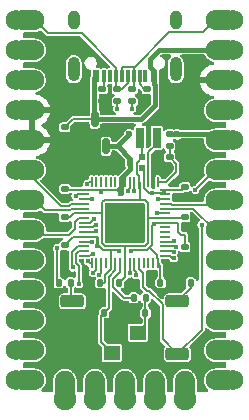
<source format=gbr>
%TF.GenerationSoftware,KiCad,Pcbnew,9.0.7*%
%TF.CreationDate,2026-01-28T18:20:07-05:00*%
%TF.ProjectId,DIPSTICKPRO_2354,44495053-5449-4434-9b50-524f5f323335,0*%
%TF.SameCoordinates,Original*%
%TF.FileFunction,Copper,L1,Top*%
%TF.FilePolarity,Positive*%
%FSLAX46Y46*%
G04 Gerber Fmt 4.6, Leading zero omitted, Abs format (unit mm)*
G04 Created by KiCad (PCBNEW 9.0.7) date 2026-01-28 18:20:07*
%MOMM*%
%LPD*%
G01*
G04 APERTURE LIST*
G04 Aperture macros list*
%AMRoundRect*
0 Rectangle with rounded corners*
0 $1 Rounding radius*
0 $2 $3 $4 $5 $6 $7 $8 $9 X,Y pos of 4 corners*
0 Add a 4 corners polygon primitive as box body*
4,1,4,$2,$3,$4,$5,$6,$7,$8,$9,$2,$3,0*
0 Add four circle primitives for the rounded corners*
1,1,$1+$1,$2,$3*
1,1,$1+$1,$4,$5*
1,1,$1+$1,$6,$7*
1,1,$1+$1,$8,$9*
0 Add four rect primitives between the rounded corners*
20,1,$1+$1,$2,$3,$4,$5,0*
20,1,$1+$1,$4,$5,$6,$7,0*
20,1,$1+$1,$6,$7,$8,$9,0*
20,1,$1+$1,$8,$9,$2,$3,0*%
%AMFreePoly0*
4,1,18,-0.100000,0.387500,-0.096194,0.406634,-0.085355,0.422855,-0.069134,0.433694,-0.050000,0.437500,0.050000,0.437500,0.069134,0.433694,0.085355,0.422855,0.096194,0.406634,0.100000,0.387500,0.100000,-0.387500,0.096194,-0.406634,0.085355,-0.422855,0.069134,-0.433694,0.050000,-0.437500,-0.050000,-0.437500,-0.100000,-0.387500,-0.100000,0.387500,-0.100000,0.387500,$1*%
%AMFreePoly1*
4,1,18,-0.100000,0.387500,-0.096194,0.406634,-0.085355,0.422855,-0.069134,0.433694,-0.050000,0.437500,0.050000,0.437500,0.069134,0.433694,0.085355,0.422855,0.096194,0.406634,0.100000,0.387500,0.100000,-0.387500,0.050000,-0.437500,-0.050000,-0.437500,-0.069134,-0.433694,-0.085355,-0.422855,-0.096194,-0.406634,-0.100000,-0.387500,-0.100000,0.387500,-0.100000,0.387500,$1*%
%AMFreePoly2*
4,1,18,-0.437500,0.050000,-0.387500,0.100000,0.387500,0.100000,0.406634,0.096194,0.422855,0.085355,0.433694,0.069134,0.437500,0.050000,0.437500,-0.050000,0.433694,-0.069134,0.422855,-0.085355,0.406634,-0.096194,0.387500,-0.100000,-0.387500,-0.100000,-0.406634,-0.096194,-0.422855,-0.085355,-0.433694,-0.069134,-0.437500,-0.050000,-0.437500,0.050000,-0.437500,0.050000,$1*%
%AMFreePoly3*
4,1,18,-0.437500,0.050000,-0.433694,0.069134,-0.422855,0.085355,-0.406634,0.096194,-0.387500,0.100000,0.387500,0.100000,0.406634,0.096194,0.422855,0.085355,0.433694,0.069134,0.437500,0.050000,0.437500,-0.050000,0.433694,-0.069134,0.422855,-0.085355,0.406634,-0.096194,0.387500,-0.100000,-0.387500,-0.100000,-0.437500,-0.050000,-0.437500,0.050000,-0.437500,0.050000,$1*%
%AMFreePoly4*
4,1,18,-0.100000,0.387500,-0.096194,0.406634,-0.085355,0.422855,-0.069134,0.433694,-0.050000,0.437500,0.050000,0.437500,0.100000,0.387500,0.100000,-0.387500,0.096194,-0.406634,0.085355,-0.422855,0.069134,-0.433694,0.050000,-0.437500,-0.050000,-0.437500,-0.069134,-0.433694,-0.085355,-0.422855,-0.096194,-0.406634,-0.100000,-0.387500,-0.100000,0.387500,-0.100000,0.387500,$1*%
%AMFreePoly5*
4,1,18,-0.100000,0.387500,-0.050000,0.437500,0.050000,0.437500,0.069134,0.433694,0.085355,0.422855,0.096194,0.406634,0.100000,0.387500,0.100000,-0.387500,0.096194,-0.406634,0.085355,-0.422855,0.069134,-0.433694,0.050000,-0.437500,-0.050000,-0.437500,-0.069134,-0.433694,-0.085355,-0.422855,-0.096194,-0.406634,-0.100000,-0.387500,-0.100000,0.387500,-0.100000,0.387500,$1*%
%AMFreePoly6*
4,1,18,-0.437500,0.050000,-0.433694,0.069134,-0.422855,0.085355,-0.406634,0.096194,-0.387500,0.100000,0.387500,0.100000,0.406634,0.096194,0.422855,0.085355,0.433694,0.069134,0.437500,0.050000,0.437500,-0.050000,0.387500,-0.100000,-0.387500,-0.100000,-0.406634,-0.096194,-0.422855,-0.085355,-0.433694,-0.069134,-0.437500,-0.050000,-0.437500,0.050000,-0.437500,0.050000,$1*%
%AMFreePoly7*
4,1,18,-0.437500,0.050000,-0.433694,0.069134,-0.422855,0.085355,-0.406634,0.096194,-0.387500,0.100000,0.387500,0.100000,0.437500,0.050000,0.437500,-0.050000,0.433694,-0.069134,0.422855,-0.085355,0.406634,-0.096194,0.387500,-0.100000,-0.387500,-0.100000,-0.406634,-0.096194,-0.422855,-0.085355,-0.433694,-0.069134,-0.437500,-0.050000,-0.437500,0.050000,-0.437500,0.050000,$1*%
%AMFreePoly8*
4,1,19,1.270000,-0.838200,-0.013951,-0.838200,-0.188651,-0.803455,-0.352371,-0.733074,-0.497855,-0.630155,-0.618729,-0.499208,-0.709699,-0.345969,-0.766779,-0.177150,-0.787400,-0.000741,-0.787400,0.000592,-0.770781,0.178542,-0.715922,0.349474,-0.625481,0.504547,-0.503717,0.636459,-0.356363,0.738996,-0.190360,0.807333,-0.013803,0.838200,1.270000,0.838200,1.270000,-0.838200,1.270000,-0.838200,
$1*%
%AMFreePoly9*
4,1,19,1.270000,-0.838200,-0.013803,-0.838200,-0.190360,-0.807333,-0.356363,-0.738996,-0.503717,-0.636459,-0.625481,-0.504547,-0.715922,-0.349474,-0.770781,-0.178542,-0.787400,-0.000592,-0.787400,0.000741,-0.766779,0.177150,-0.709699,0.345969,-0.618729,0.499208,-0.497855,0.630155,-0.352371,0.733074,-0.188651,0.803455,-0.013951,0.838200,1.270000,0.838200,1.270000,-0.838200,1.270000,-0.838200,
$1*%
G04 Aperture macros list end*
%TA.AperFunction,SMDPad,CuDef*%
%ADD10RoundRect,0.140000X-0.170000X0.140000X-0.170000X-0.140000X0.170000X-0.140000X0.170000X0.140000X0*%
%TD*%
%TA.AperFunction,SMDPad,CuDef*%
%ADD11RoundRect,0.135000X-0.185000X0.135000X-0.185000X-0.135000X0.185000X-0.135000X0.185000X0.135000X0*%
%TD*%
%TA.AperFunction,SMDPad,CuDef*%
%ADD12RoundRect,0.150000X0.150000X-0.512500X0.150000X0.512500X-0.150000X0.512500X-0.150000X-0.512500X0*%
%TD*%
%TA.AperFunction,SMDPad,CuDef*%
%ADD13RoundRect,0.140000X0.140000X0.170000X-0.140000X0.170000X-0.140000X-0.170000X0.140000X-0.170000X0*%
%TD*%
%TA.AperFunction,ComponentPad*%
%ADD14C,0.600000*%
%TD*%
%TA.AperFunction,SMDPad,CuDef*%
%ADD15RoundRect,0.153000X1.547000X-1.547000X1.547000X1.547000X-1.547000X1.547000X-1.547000X-1.547000X0*%
%TD*%
%TA.AperFunction,SMDPad,CuDef*%
%ADD16FreePoly0,0.000000*%
%TD*%
%TA.AperFunction,SMDPad,CuDef*%
%ADD17RoundRect,0.050000X-0.050000X-0.387500X0.050000X-0.387500X0.050000X0.387500X-0.050000X0.387500X0*%
%TD*%
%TA.AperFunction,SMDPad,CuDef*%
%ADD18FreePoly1,0.000000*%
%TD*%
%TA.AperFunction,SMDPad,CuDef*%
%ADD19FreePoly2,0.000000*%
%TD*%
%TA.AperFunction,SMDPad,CuDef*%
%ADD20RoundRect,0.050000X-0.387500X-0.050000X0.387500X-0.050000X0.387500X0.050000X-0.387500X0.050000X0*%
%TD*%
%TA.AperFunction,SMDPad,CuDef*%
%ADD21FreePoly3,0.000000*%
%TD*%
%TA.AperFunction,SMDPad,CuDef*%
%ADD22FreePoly4,0.000000*%
%TD*%
%TA.AperFunction,SMDPad,CuDef*%
%ADD23FreePoly5,0.000000*%
%TD*%
%TA.AperFunction,SMDPad,CuDef*%
%ADD24FreePoly6,0.000000*%
%TD*%
%TA.AperFunction,SMDPad,CuDef*%
%ADD25FreePoly7,0.000000*%
%TD*%
%TA.AperFunction,SMDPad,CuDef*%
%ADD26R,0.470000X0.530000*%
%TD*%
%TA.AperFunction,SMDPad,CuDef*%
%ADD27R,0.700000X1.700000*%
%TD*%
%TA.AperFunction,SMDPad,CuDef*%
%ADD28RoundRect,0.135000X0.135000X0.185000X-0.135000X0.185000X-0.135000X-0.185000X0.135000X-0.185000X0*%
%TD*%
%TA.AperFunction,SMDPad,CuDef*%
%ADD29RoundRect,0.250000X0.750000X-0.275000X0.750000X0.275000X-0.750000X0.275000X-0.750000X-0.275000X0*%
%TD*%
%TA.AperFunction,SMDPad,CuDef*%
%ADD30R,1.400000X1.200000*%
%TD*%
%TA.AperFunction,SMDPad,CuDef*%
%ADD31RoundRect,0.135000X-0.135000X-0.185000X0.135000X-0.185000X0.135000X0.185000X-0.135000X0.185000X0*%
%TD*%
%TA.AperFunction,SMDPad,CuDef*%
%ADD32R,0.600000X1.000000*%
%TD*%
%TA.AperFunction,ComponentPad*%
%ADD33O,1.000000X1.600000*%
%TD*%
%TA.AperFunction,ComponentPad*%
%ADD34O,1.000000X2.100000*%
%TD*%
%TA.AperFunction,SMDPad,CuDef*%
%ADD35R,0.300000X1.000000*%
%TD*%
%TA.AperFunction,SMDPad,CuDef*%
%ADD36RoundRect,0.140000X-0.140000X-0.170000X0.140000X-0.170000X0.140000X0.170000X-0.140000X0.170000X0*%
%TD*%
%TA.AperFunction,ComponentPad*%
%ADD37FreePoly8,0.000000*%
%TD*%
%TA.AperFunction,ComponentPad*%
%ADD38C,1.750000*%
%TD*%
%TA.AperFunction,SMDPad,CuDef*%
%ADD39RoundRect,0.250000X-0.750000X0.275000X-0.750000X-0.275000X0.750000X-0.275000X0.750000X0.275000X0*%
%TD*%
%TA.AperFunction,ComponentPad*%
%ADD40FreePoly9,180.000000*%
%TD*%
%TA.AperFunction,ComponentPad*%
%ADD41C,1.900000*%
%TD*%
%TA.AperFunction,ComponentPad*%
%ADD42FreePoly9,270.000000*%
%TD*%
%TA.AperFunction,ViaPad*%
%ADD43C,0.400000*%
%TD*%
%TA.AperFunction,ViaPad*%
%ADD44C,0.600000*%
%TD*%
%TA.AperFunction,Conductor*%
%ADD45C,0.200000*%
%TD*%
%TA.AperFunction,Conductor*%
%ADD46C,0.400000*%
%TD*%
G04 APERTURE END LIST*
D10*
%TO.P,C15,2*%
%TO.N,GND*%
X-70795000Y53305000D03*
%TO.P,C15,1*%
%TO.N,+3V3*%
X-70795000Y54265000D03*
%TD*%
D11*
%TO.P,R1,2*%
%TO.N,GND*%
X-63805000Y66470000D03*
%TO.P,R1,1*%
%TO.N,Net-(J2-CC1)*%
X-63805000Y67490000D03*
%TD*%
D12*
%TO.P,U2,3,VI*%
%TO.N,VBUS*%
X-68250000Y64942500D03*
%TO.P,U2,2,VO*%
%TO.N,+3V3*%
X-67300000Y62667500D03*
%TO.P,U2,1,GND*%
%TO.N,GND*%
X-69200000Y62667500D03*
%TD*%
D13*
%TO.P,C12,2*%
%TO.N,GND*%
X-66190000Y61265000D03*
%TO.P,C12,1*%
%TO.N,+3V3*%
X-65230000Y61265000D03*
%TD*%
D10*
%TO.P,C14,2*%
%TO.N,GND*%
X-60630000Y53165000D03*
%TO.P,C14,1*%
%TO.N,+3V3*%
X-60630000Y54125000D03*
%TD*%
D13*
%TO.P,C16,2*%
%TO.N,GND*%
X-63650000Y51105000D03*
%TO.P,C16,1*%
%TO.N,+3V3*%
X-62690000Y51105000D03*
%TD*%
D11*
%TO.P,R7,2*%
%TO.N,Net-(U1-USB_DP)*%
X-66345000Y66470000D03*
%TO.P,R7,1*%
%TO.N,/USB_D+*%
X-66345000Y67490000D03*
%TD*%
D10*
%TO.P,C1,2*%
%TO.N,GND*%
X-70790000Y63325000D03*
%TO.P,C1,1*%
%TO.N,VBUS*%
X-70790000Y64285000D03*
%TD*%
%TO.P,C13,2*%
%TO.N,GND*%
X-70795000Y58105000D03*
%TO.P,C13,1*%
%TO.N,+3V3*%
X-70795000Y59065000D03*
%TD*%
D11*
%TO.P,R8,2*%
%TO.N,Net-(U1-USB_DM)*%
X-65075000Y66470000D03*
%TO.P,R8,1*%
%TO.N,/USB_D-*%
X-65075000Y67490000D03*
%TD*%
D14*
%TO.P,U1,61,GND*%
%TO.N,GND*%
X-64335000Y54810000D03*
X-64335000Y56185000D03*
X-64335000Y57560000D03*
X-65710000Y54810000D03*
D15*
X-65710000Y56185000D03*
D14*
X-65710000Y56185000D03*
X-65710000Y57560000D03*
X-67085000Y54810000D03*
X-67085000Y56185000D03*
X-67085000Y57560000D03*
D16*
%TO.P,U1,60,QSPI_SS*%
%TO.N,/QSPI_SS*%
X-68510000Y59622500D03*
D17*
%TO.P,U1,59,QSPI_SD1*%
%TO.N,/QSPI_SD1*%
X-68110000Y59622500D03*
%TO.P,U1,58,QSPI_SD2*%
%TO.N,/QSPI_SD2*%
X-67710000Y59622500D03*
%TO.P,U1,57,QSPI_SD0*%
%TO.N,/QSPI_SD0*%
X-67310000Y59622500D03*
%TO.P,U1,56,QSPI_SCLK*%
%TO.N,/QSPI_SCLK*%
X-66910000Y59622500D03*
%TO.P,U1,55,QSPI_SD3*%
%TO.N,/QSPI_SD3*%
X-66510000Y59622500D03*
%TO.P,U1,54,QSPI_IOVDD*%
%TO.N,+3V3*%
X-66110000Y59622500D03*
%TO.P,U1,53,USB_OTP_VDD*%
X-65710000Y59622500D03*
%TO.P,U1,52,USB_DP*%
%TO.N,Net-(U1-USB_DP)*%
X-65310000Y59622500D03*
%TO.P,U1,51,USB_DM*%
%TO.N,Net-(U1-USB_DM)*%
X-64910000Y59622500D03*
%TO.P,U1,50,VREG_FB*%
%TO.N,+1V1*%
X-64510000Y59622500D03*
%TO.P,U1,49,VREG_VIN*%
%TO.N,+3V3*%
X-64110000Y59622500D03*
%TO.P,U1,48,VREG_LX*%
%TO.N,/VREG_LX*%
X-63710000Y59622500D03*
%TO.P,U1,47,VREG_PGND*%
%TO.N,GND*%
X-63310000Y59622500D03*
D18*
%TO.P,U1,46,VREG_AVDD*%
%TO.N,/VREG_AVDD*%
X-62910000Y59622500D03*
D19*
%TO.P,U1,45,IOVDD*%
%TO.N,+3V3*%
X-62272500Y58985000D03*
D20*
%TO.P,U1,44,ADC_AVDD*%
X-62272500Y58585000D03*
%TO.P,U1,43,GPIO29_ADC3*%
%TO.N,/GPIO29_ADC3*%
X-62272500Y58185000D03*
%TO.P,U1,42,GPIO28_ADC2*%
%TO.N,/GPIO28_ADC2*%
X-62272500Y57785000D03*
%TO.P,U1,41,GPIO27_ADC1*%
%TO.N,/GPIO27_ADC1*%
X-62272500Y57385000D03*
%TO.P,U1,40,GPIO26_ADC0*%
%TO.N,/GPIO26_ADC0*%
X-62272500Y56985000D03*
%TO.P,U1,39,DVDD*%
%TO.N,+1V1*%
X-62272500Y56585000D03*
%TO.P,U1,38,IOVDD*%
%TO.N,+3V3*%
X-62272500Y56185000D03*
%TO.P,U1,37,GPIO25*%
%TO.N,/GPIO25*%
X-62272500Y55785000D03*
%TO.P,U1,36,GPIO24*%
%TO.N,/GPIO24*%
X-62272500Y55385000D03*
%TO.P,U1,35,GPIO23*%
%TO.N,/GPIO23*%
X-62272500Y54985000D03*
%TO.P,U1,34,GPIO22*%
%TO.N,/GPIO22*%
X-62272500Y54585000D03*
%TO.P,U1,33,GPIO21*%
%TO.N,/GPIO21*%
X-62272500Y54185000D03*
%TO.P,U1,32,GPIO20*%
%TO.N,/GPIO20*%
X-62272500Y53785000D03*
D21*
%TO.P,U1,31,GPIO19*%
%TO.N,/GPIO19*%
X-62272500Y53385000D03*
D22*
%TO.P,U1,30,IOVDD*%
%TO.N,+3V3*%
X-62910000Y52747500D03*
D17*
%TO.P,U1,29,GPIO18*%
%TO.N,/GPIO18*%
X-63310000Y52747500D03*
%TO.P,U1,28,GPIO17*%
%TO.N,/GPIO17*%
X-63710000Y52747500D03*
%TO.P,U1,27,GPIO16*%
%TO.N,/GPIO16*%
X-64110000Y52747500D03*
%TO.P,U1,26,RUN*%
%TO.N,/RUN*%
X-64510000Y52747500D03*
%TO.P,U1,25,SWD*%
%TO.N,/SWD*%
X-64910000Y52747500D03*
%TO.P,U1,24,SWCLK*%
%TO.N,/SWCLK*%
X-65310000Y52747500D03*
%TO.P,U1,23,DVDD*%
%TO.N,+1V1*%
X-65710000Y52747500D03*
%TO.P,U1,22,XOUT*%
%TO.N,/XOUT*%
X-66110000Y52747500D03*
%TO.P,U1,21,XIN*%
%TO.N,/XIN*%
X-66510000Y52747500D03*
%TO.P,U1,20,IOVDD*%
%TO.N,+3V3*%
X-66910000Y52747500D03*
%TO.P,U1,19,GPIO15*%
%TO.N,/GPIO15*%
X-67310000Y52747500D03*
%TO.P,U1,18,GPIO14*%
%TO.N,/GPIO14*%
X-67710000Y52747500D03*
%TO.P,U1,17,GPIO13*%
%TO.N,/GPIO13*%
X-68110000Y52747500D03*
D23*
%TO.P,U1,16,GPIO12*%
%TO.N,/GPIO12*%
X-68510000Y52747500D03*
D24*
%TO.P,U1,15,GPIO11*%
%TO.N,/GPIO11*%
X-69147500Y53385000D03*
D20*
%TO.P,U1,14,GPIO10*%
%TO.N,/GPIO10*%
X-69147500Y53785000D03*
%TO.P,U1,13,GPIO9*%
%TO.N,/GPIO9*%
X-69147500Y54185000D03*
%TO.P,U1,12,GPIO8*%
%TO.N,/GPIO8*%
X-69147500Y54585000D03*
%TO.P,U1,11,IOVDD*%
%TO.N,+3V3*%
X-69147500Y54985000D03*
%TO.P,U1,10,GPIO7*%
%TO.N,/GPIO7*%
X-69147500Y55385000D03*
%TO.P,U1,9,GPIO6*%
%TO.N,/GPIO6*%
X-69147500Y55785000D03*
%TO.P,U1,8,GPIO5*%
%TO.N,/GPIO5*%
X-69147500Y56185000D03*
%TO.P,U1,7,GPIO4*%
%TO.N,/GPIO4*%
X-69147500Y56585000D03*
%TO.P,U1,6,DVDD*%
%TO.N,+1V1*%
X-69147500Y56985000D03*
%TO.P,U1,5,GPIO3*%
%TO.N,/GPIO3*%
X-69147500Y57385000D03*
%TO.P,U1,4,GPIO2*%
%TO.N,/GPIO2*%
X-69147500Y57785000D03*
%TO.P,U1,3,GPIO1*%
%TO.N,/GPIO1*%
X-69147500Y58185000D03*
%TO.P,U1,2,GPIO0*%
%TO.N,/GPIO0*%
X-69147500Y58585000D03*
D25*
%TO.P,U1,1,IOVDD*%
%TO.N,+3V3*%
X-69147500Y58985000D03*
%TD*%
D10*
%TO.P,C17,2*%
%TO.N,GND*%
X-60630000Y58245000D03*
%TO.P,C17,1*%
%TO.N,+3V3*%
X-60630000Y59205000D03*
%TD*%
D26*
%TO.P,C7,2*%
%TO.N,GND*%
X-63195000Y61735000D03*
%TO.P,C7,1*%
%TO.N,+1V1*%
X-64225000Y61735000D03*
%TD*%
D27*
%TO.P,L1,2,2*%
%TO.N,/VREG_LX*%
X-63010000Y63385000D03*
%TO.P,L1,1,1*%
%TO.N,+1V1*%
X-64410000Y63385000D03*
%TD*%
D10*
%TO.P,C9,2*%
%TO.N,GND*%
X-61900000Y60785000D03*
%TO.P,C9,1*%
%TO.N,/VREG_AVDD*%
X-61900000Y61745000D03*
%TD*%
D28*
%TO.P,R4,2*%
%TO.N,GND*%
X-61140000Y51105000D03*
%TO.P,R4,1*%
%TO.N,Net-(R4-Pad1)*%
X-60120000Y51105000D03*
%TD*%
D29*
%TO.P,SW1,2,2*%
%TO.N,/~{USB_BOOT}*%
X-70155000Y49520000D03*
%TO.P,SW1,1,1*%
%TO.N,GND*%
X-70155000Y45070000D03*
%TD*%
D11*
%TO.P,R3,2*%
%TO.N,GND*%
X-67615000Y66470000D03*
%TO.P,R3,1*%
%TO.N,Net-(J2-CC2)*%
X-67615000Y67490000D03*
%TD*%
%TO.P,R5,2*%
%TO.N,/VREG_AVDD*%
X-61900000Y62660000D03*
%TO.P,R5,1*%
%TO.N,+3V3*%
X-61900000Y63680000D03*
%TD*%
D30*
%TO.P,Y1,4,4*%
%TO.N,GND*%
X-66810000Y46875000D03*
%TO.P,Y1,3,3*%
%TO.N,Net-(C4-Pad1)*%
X-64610000Y46875000D03*
%TO.P,Y1,2,2*%
%TO.N,GND*%
X-64610000Y45175000D03*
%TO.P,Y1,1,1*%
%TO.N,/XIN*%
X-66810000Y45175000D03*
%TD*%
D31*
%TO.P,R2,2*%
%TO.N,Net-(C4-Pad1)*%
X-63930000Y49835000D03*
%TO.P,R2,1*%
%TO.N,/XOUT*%
X-64950000Y49835000D03*
%TD*%
D32*
%TO.P,J2,VBUS,VBUS*%
%TO.N,VBUS*%
X-68160000Y68600000D03*
X-63260000Y68600000D03*
D33*
%TO.P,J2,S,SHIELD*%
%TO.N,unconnected-(J2-SHIELD-PadS)*%
X-70028000Y73355000D03*
D34*
%TO.P,J2,NC3,NC*%
%TO.N,unconnected-(J2-NC-PadNC3)*%
X-70028000Y69175000D03*
%TO.P,J2,NC2,NC*%
%TO.N,unconnected-(J2-NC-PadNC2)*%
X-61392000Y69175000D03*
D33*
%TO.P,J2,NC1,NC*%
%TO.N,unconnected-(J2-NC-PadNC1)*%
X-61392000Y73355000D03*
D32*
%TO.P,J2,GND,GND*%
%TO.N,GND*%
X-68935000Y68600000D03*
X-62485000Y68600000D03*
D35*
%TO.P,J2,B8,NC*%
%TO.N,unconnected-(J2-NC-PadB8)*%
X-63960000Y68600000D03*
%TO.P,J2,B7,D-*%
%TO.N,/USB_D-*%
X-64960000Y68600000D03*
%TO.P,J2,B6,D+*%
%TO.N,/USB_D+*%
X-66460000Y68600000D03*
%TO.P,J2,B5,CC2*%
%TO.N,Net-(J2-CC2)*%
X-67460000Y68600000D03*
%TO.P,J2,A8,NC*%
%TO.N,unconnected-(J2-NC-PadA8)*%
X-66960000Y68600000D03*
%TO.P,J2,A7,D-*%
%TO.N,/USB_D-*%
X-65960000Y68600000D03*
%TO.P,J2,A6,D+*%
%TO.N,/USB_D+*%
X-65460000Y68600000D03*
%TO.P,J2,A5,CC1*%
%TO.N,Net-(J2-CC1)*%
X-64460000Y68600000D03*
%TD*%
D36*
%TO.P,C10,2*%
%TO.N,GND*%
X-65230000Y51105000D03*
%TO.P,C10,1*%
%TO.N,+1V1*%
X-66190000Y51105000D03*
%TD*%
%TO.P,C3,2*%
%TO.N,GND*%
X-66500000Y48565000D03*
%TO.P,C3,1*%
%TO.N,/XIN*%
X-67460000Y48565000D03*
%TD*%
D37*
%TO.P,J6,13,Pin_13*%
%TO.N,/GPIO19*%
X-58090000Y42850000D03*
D38*
X-56520000Y42850000D03*
D37*
%TO.P,J6,12,Pin_12*%
%TO.N,/GPIO20*%
X-58090000Y45390000D03*
D38*
X-56520000Y45390000D03*
D37*
%TO.P,J6,11,Pin_11*%
%TO.N,/GPIO21*%
X-58090000Y47930000D03*
D38*
X-56520000Y47930000D03*
D37*
%TO.P,J6,10,Pin_10*%
%TO.N,/GPIO22*%
X-58090000Y50470000D03*
D38*
X-56520000Y50470000D03*
D37*
%TO.P,J6,9,Pin_9*%
%TO.N,/GPIO26_ADC0*%
X-58090000Y53010000D03*
D38*
X-56520000Y53010000D03*
D37*
%TO.P,J6,8,Pin_8*%
%TO.N,/GPIO27_ADC1*%
X-58090000Y55550000D03*
D38*
X-56520000Y55550000D03*
D37*
%TO.P,J6,7,Pin_7*%
%TO.N,/GPIO28_ADC2*%
X-58090000Y58090000D03*
D38*
X-56520000Y58090000D03*
D37*
%TO.P,J6,6,Pin_6*%
%TO.N,/GPIO29_ADC3*%
X-58090000Y60630000D03*
D38*
X-56520000Y60630000D03*
D37*
%TO.P,J6,5,Pin_5*%
%TO.N,+3V3*%
X-58090000Y63170000D03*
D38*
X-56520000Y63170000D03*
D37*
%TO.P,J6,4,Pin_4*%
%TO.N,/RUN*%
X-58090000Y65710000D03*
D38*
X-56520000Y65710000D03*
D37*
%TO.P,J6,3,Pin_3*%
%TO.N,GND*%
X-58090000Y68250000D03*
D38*
X-56520000Y68250000D03*
D37*
%TO.P,J6,2,Pin_2*%
%TO.N,VBUS*%
X-58090000Y70790000D03*
D38*
X-56520000Y70790000D03*
D37*
%TO.P,J6,1,Pin_1*%
%TO.N,/USB_D-*%
X-58090000Y73330000D03*
D38*
X-56520000Y73330000D03*
%TD*%
D10*
%TO.P,C8,2*%
%TO.N,GND*%
X-70790000Y55705000D03*
%TO.P,C8,1*%
%TO.N,+1V1*%
X-70790000Y56665000D03*
%TD*%
D31*
%TO.P,R6,2*%
%TO.N,/~{USB_BOOT}*%
X-70280000Y51105000D03*
%TO.P,R6,1*%
%TO.N,/QSPI_SS*%
X-71300000Y51105000D03*
%TD*%
D13*
%TO.P,C18,2*%
%TO.N,GND*%
X-68730000Y51105000D03*
%TO.P,C18,1*%
%TO.N,+3V3*%
X-67770000Y51105000D03*
%TD*%
D26*
%TO.P,C6,2*%
%TO.N,GND*%
X-63195000Y60785000D03*
%TO.P,C6,1*%
%TO.N,+3V3*%
X-64225000Y60785000D03*
%TD*%
D39*
%TO.P,SW2,2,2*%
%TO.N,/RUN*%
X-61265000Y45070000D03*
%TO.P,SW2,1,1*%
%TO.N,Net-(R4-Pad1)*%
X-61265000Y49520000D03*
%TD*%
D10*
%TO.P,C11,2*%
%TO.N,GND*%
X-60630000Y55705000D03*
%TO.P,C11,1*%
%TO.N,+1V1*%
X-60630000Y56665000D03*
%TD*%
D13*
%TO.P,C4,2*%
%TO.N,GND*%
X-64920000Y48565000D03*
%TO.P,C4,1*%
%TO.N,Net-(C4-Pad1)*%
X-63960000Y48565000D03*
%TD*%
D38*
%TO.P,J5,13,Pin_13*%
%TO.N,/GPIO9*%
X-74900000Y42850000D03*
D40*
X-73330000Y42850000D03*
D38*
%TO.P,J5,12,Pin_12*%
%TO.N,/GPIO8*%
X-74900000Y45390000D03*
D40*
X-73330000Y45390000D03*
D38*
%TO.P,J5,11,Pin_11*%
%TO.N,/GPIO7*%
X-74900000Y47930000D03*
D40*
X-73330000Y47930000D03*
D38*
%TO.P,J5,10,Pin_10*%
%TO.N,/GPIO6*%
X-74900000Y50470000D03*
D40*
X-73330000Y50470000D03*
D38*
%TO.P,J5,9,Pin_9*%
%TO.N,/GPIO5*%
X-74900000Y53010000D03*
D40*
X-73330000Y53010000D03*
D38*
%TO.P,J5,8,Pin_8*%
%TO.N,/GPIO4*%
X-74900000Y55550000D03*
D40*
X-73330000Y55550000D03*
D38*
%TO.P,J5,7,Pin_7*%
%TO.N,/GPIO3*%
X-74900000Y58090000D03*
D40*
X-73330000Y58090000D03*
D38*
%TO.P,J5,6,Pin_6*%
%TO.N,/GPIO2*%
X-74900000Y60630000D03*
D40*
X-73330000Y60630000D03*
D38*
%TO.P,J5,5,Pin_5*%
%TO.N,GND*%
X-74900000Y63170000D03*
D40*
X-73330000Y63170000D03*
D38*
%TO.P,J5,4,Pin_4*%
X-74900000Y65710000D03*
D40*
X-73330000Y65710000D03*
D38*
%TO.P,J5,3,Pin_3*%
%TO.N,/GPIO1*%
X-74900000Y68250000D03*
D40*
X-73330000Y68250000D03*
D38*
%TO.P,J5,2,Pin_2*%
%TO.N,/GPIO0*%
X-74900000Y70790000D03*
D40*
X-73330000Y70790000D03*
D38*
%TO.P,J5,1,Pin_1*%
%TO.N,/USB_D+*%
X-74900000Y73330000D03*
D40*
X-73330000Y73330000D03*
%TD*%
D41*
%TO.P,J7,5,Pin_5*%
%TO.N,/GPIO14*%
X-60630000Y41280000D03*
D42*
X-60630000Y42850000D03*
D41*
%TO.P,J7,4,Pin_4*%
%TO.N,/GPIO13*%
X-63170000Y41280000D03*
D42*
X-63170000Y42850000D03*
D41*
%TO.P,J7,3,Pin_3*%
%TO.N,/GPIO12*%
X-65710000Y41280000D03*
D42*
X-65710000Y42850000D03*
D41*
%TO.P,J7,2,Pin_2*%
%TO.N,/GPIO11*%
X-68250000Y41280000D03*
D42*
X-68250000Y42850000D03*
D41*
%TO.P,J7,1,Pin_1*%
%TO.N,/GPIO10*%
X-70790000Y41280000D03*
D42*
X-70790000Y42850000D03*
%TD*%
D43*
%TO.N,GND*%
X-63932000Y64567000D03*
X-59868000Y59614000D03*
X-67488000Y65837000D03*
X-62154000Y52756000D03*
X-59868000Y62916000D03*
X-68351600Y48717400D03*
X-71298000Y58471000D03*
X-59868000Y58217000D03*
D44*
X-69012000Y67488000D03*
D43*
X-63195000Y60376000D03*
X-63710000Y62992200D03*
X-68885000Y65837000D03*
X-66472000Y49708000D03*
X-63170000Y51740000D03*
X-68707200Y43942200D03*
X-65202000Y64313000D03*
X-59940000Y56730000D03*
X-66700600Y64338400D03*
X-65583000Y50597000D03*
X-70180400Y59436200D03*
D44*
X-62408000Y67488000D03*
D43*
X-62480000Y62210000D03*
X-64186000Y65964000D03*
X-70282000Y44094600D03*
X-71552000Y56693000D03*
X-59868000Y64440000D03*
X-70155000Y51867000D03*
%TO.N,/GPIO14*%
X-67894400Y51765400D03*
%TO.N,+3V3*%
X-67691200Y58801200D03*
X-68051388Y54228849D03*
D44*
X-61265000Y63680000D03*
X-66061070Y58686000D03*
D43*
X-63449400Y58699600D03*
D44*
X-65329000Y63678000D03*
D43*
X-66167200Y53772000D03*
X-63271600Y56083400D03*
X-65227400Y53772000D03*
%TO.N,Net-(U1-USB_DM)*%
X-64922600Y58852000D03*
X-65075000Y65837000D03*
%TO.N,/GPIO13*%
X-68392461Y51931420D03*
%TO.N,/GPIO12*%
X-68808800Y52908400D03*
%TO.N,/GPIO11*%
X-68402400Y53543400D03*
%TO.N,/GPIO10*%
X-69596200Y50978000D03*
%TO.N,/GPIO9*%
X-70104200Y52400400D03*
%TO.N,/GPIO8*%
X-68478600Y54534000D03*
%TO.N,/GPIO7*%
X-68123000Y55448400D03*
%TO.N,/GPIO6*%
X-68123000Y55973403D03*
%TO.N,/GPIO5*%
X-68326200Y56515200D03*
%TO.N,/GPIO1*%
X-68529400Y58191600D03*
%TO.N,/GPIO0*%
X-69875600Y58471000D03*
%TO.N,/GPIO29_ADC3*%
X-62916000Y58217000D03*
X-59741000Y58979000D03*
%TO.N,/GPIO26_ADC0*%
X-63017600Y56997800D03*
%TO.N,/GPIO22*%
X-61584088Y54638219D03*
%TO.N,/GPIO21*%
X-61345588Y54170517D03*
%TO.N,/GPIO20*%
X-61569800Y53695800D03*
%TO.N,/GPIO19*%
X-61569800Y53170797D03*
%TO.N,/RUN*%
X-59207600Y56007200D03*
%TO.N,/SWD*%
X-64744800Y51740000D03*
%TO.N,/SWCLK*%
X-65252800Y51892400D03*
%TO.N,/QSPI_SS*%
X-71451806Y54027406D03*
X-68910400Y59436200D03*
%TO.N,Net-(U1-USB_DP)*%
X-65445789Y58895599D03*
X-66345000Y65837000D03*
%TD*%
D45*
%TO.N,+1V1*%
X-70375385Y56665000D02*
X-70790000Y56665000D01*
X-64225000Y63200000D02*
X-64410000Y63385000D01*
X-64465400Y58136000D02*
X-64389200Y58136000D01*
X-65710000Y51585000D02*
X-65710000Y52747500D01*
X-70055385Y56985000D02*
X-70375385Y56665000D01*
X-63991418Y58136000D02*
X-63837109Y57981691D01*
X-69147500Y56985000D02*
X-70055385Y56985000D01*
X-64370000Y58155200D02*
X-64389200Y58136000D01*
X-60710000Y56585000D02*
X-60630000Y56665000D01*
X-64510000Y59622500D02*
X-64465400Y59577900D01*
X-67661000Y54466418D02*
X-67661000Y56972400D01*
X-69147500Y56985000D02*
X-67673600Y56985000D01*
X-64389200Y58136000D02*
X-64287600Y58136000D01*
X-66190000Y51105000D02*
X-65710000Y51585000D01*
X-67661000Y56972400D02*
X-67661000Y57903582D01*
X-63759000Y56591400D02*
X-63714400Y56546800D01*
X-63759000Y55367400D02*
X-63759000Y54466418D01*
X-63837109Y57981691D02*
X-63759000Y57903582D01*
X-63714400Y56546800D02*
X-62310700Y56546800D01*
X-65710000Y52747500D02*
X-65710000Y54234000D01*
X-64510000Y59622500D02*
X-64510000Y60118000D01*
X-67428582Y54234000D02*
X-67661000Y54466418D01*
X-64686000Y61274000D02*
X-64225000Y61735000D01*
X-63759000Y56591400D02*
X-63759000Y55367400D01*
X-63991418Y54234000D02*
X-65710000Y54234000D01*
X-63759000Y54466418D02*
X-63991418Y54234000D01*
%TO.N,/GPIO13*%
X-68110000Y52213881D02*
X-68392461Y51931420D01*
X-68110000Y52747500D02*
X-68110000Y52213881D01*
%TO.N,GND*%
X-63556838Y51105000D02*
X-62995838Y50544000D01*
X-63170000Y60249000D02*
X-63310000Y60109000D01*
X-63195000Y60376000D02*
X-63195000Y60274000D01*
X-63195000Y61735000D02*
X-63195000Y60785000D01*
X-64186000Y65964000D02*
X-64186000Y66089000D01*
X-61701000Y50544000D02*
X-61140000Y51105000D01*
X-63195000Y60785000D02*
X-63195000Y60376000D01*
X-63650000Y51105000D02*
X-63556838Y51105000D01*
D46*
%TO.N,VBUS*%
X-63596000Y69383570D02*
X-63260000Y69047570D01*
X-68250000Y64942500D02*
X-68286000Y64978500D01*
X-58090000Y70790000D02*
X-62832430Y70790000D01*
X-68284000Y67751000D02*
X-68284000Y68476000D01*
X-63260000Y69047570D02*
X-63260000Y68600000D01*
X-63596000Y70026430D02*
X-63596000Y69383570D01*
X-68286000Y64978500D02*
X-68286000Y67749000D01*
X-68284000Y68476000D02*
X-68160000Y68600000D01*
D45*
X-70132500Y64942500D02*
X-70790000Y64285000D01*
X-68250000Y64942500D02*
X-70132500Y64942500D01*
D46*
X-63134000Y66129950D02*
X-64321450Y64942500D01*
X-68160000Y65032500D02*
X-68250000Y64942500D01*
X-62832430Y70790000D02*
X-63596000Y70026430D01*
X-68286000Y67749000D02*
X-68284000Y67751000D01*
X-63260000Y67956050D02*
X-63134000Y67830050D01*
X-63134000Y67830050D02*
X-63134000Y66129950D01*
X-64321450Y64942500D02*
X-68250000Y64942500D01*
X-63260000Y68600000D02*
X-63260000Y67956050D01*
D45*
%TO.N,/XIN*%
X-66510000Y52148226D02*
X-66510000Y52747500D01*
X-67072000Y51586226D02*
X-66510000Y52148226D01*
X-67761000Y46126000D02*
X-67761000Y48264000D01*
X-67072000Y48953000D02*
X-67072000Y51586226D01*
X-67460000Y48565000D02*
X-67072000Y48953000D01*
X-67761000Y48264000D02*
X-67460000Y48565000D01*
X-66810000Y45175000D02*
X-67761000Y46126000D01*
%TO.N,/XOUT*%
X-66721000Y51440838D02*
X-66721000Y50769162D01*
X-66110000Y52747500D02*
X-66110000Y52051838D01*
X-65786838Y49835000D02*
X-64950000Y49835000D01*
X-66721000Y50769162D02*
X-65786838Y49835000D01*
X-66110000Y52051838D02*
X-66721000Y51440838D01*
%TO.N,+3V3*%
X-63449400Y58699600D02*
X-63651664Y58699600D01*
X-67448400Y51105000D02*
X-67423000Y51130400D01*
X-63408000Y54321029D02*
X-63408000Y55947000D01*
X-65710000Y59622500D02*
X-65710000Y59974486D01*
X-63627015Y54102015D02*
X-62961000Y53436000D01*
X-66910000Y52244614D02*
X-66910000Y52747500D01*
X-63651664Y58699600D02*
X-64110000Y59157936D01*
X-68663968Y58934000D02*
X-66333936Y58934000D01*
X-69147500Y54985000D02*
X-70075000Y54985000D01*
X-69147500Y54985000D02*
X-68031200Y54985000D01*
X-62690000Y51105000D02*
X-62690000Y52527500D01*
X-64110000Y59157936D02*
X-64110000Y59622500D01*
X-60630000Y54125000D02*
X-60630000Y55174000D01*
X-67770000Y51105000D02*
X-67448400Y51105000D01*
%TO.N,/~{USB_BOOT}*%
X-70280000Y51105000D02*
X-70280000Y49645000D01*
X-70280000Y49645000D02*
X-70155000Y49520000D01*
X-70129600Y51255400D02*
X-70280000Y51105000D01*
%TO.N,/GPIO14*%
X-67710000Y52747500D02*
X-67710000Y51949800D01*
X-67710000Y51949800D02*
X-67894400Y51765400D01*
%TO.N,+3V3*%
X-62557900Y58699600D02*
X-63449400Y58699600D01*
D46*
X-66339500Y62667500D02*
X-65329000Y63678000D01*
D45*
X-64110000Y60670000D02*
X-64225000Y60785000D01*
X-68027600Y54252637D02*
X-68051388Y54228849D01*
X-62372500Y58885000D02*
X-62272500Y58985000D01*
X-62272500Y56185000D02*
X-62737064Y56185000D01*
X-66110000Y59157936D02*
X-66110000Y59622500D01*
D46*
X-65996789Y58750281D02*
X-66061070Y58686000D01*
D45*
X-62272500Y58985000D02*
X-62557900Y58699600D01*
X-66910000Y53863800D02*
X-66929200Y53883000D01*
X-66910000Y52747500D02*
X-66910000Y53863800D01*
X-65710000Y59622500D02*
X-66110000Y59622500D01*
X-60965838Y55174000D02*
X-61191000Y55399162D01*
X-62961000Y53231032D02*
X-62961000Y53436000D01*
D46*
X-65996789Y59271147D02*
X-65996789Y58750281D01*
D45*
X-68031200Y54985000D02*
X-68027600Y54981400D01*
X-66085936Y58686000D02*
X-66061070Y58686000D01*
X-68031200Y54985000D02*
X-68012000Y54965800D01*
D46*
X-66322501Y62667500D02*
X-65230000Y61574999D01*
D45*
X-61191000Y55399162D02*
X-61191000Y56181000D01*
X-67423000Y51130400D02*
X-67423000Y51731614D01*
X-61195000Y56185000D02*
X-62272500Y56185000D01*
X-68012000Y54965800D02*
X-68012000Y54321029D01*
X-62272500Y56185000D02*
X-63170000Y56185000D01*
X-62272500Y58985000D02*
X-60850000Y58985000D01*
X-66278200Y53883000D02*
X-66167200Y53772000D01*
X-66333936Y58934000D02*
X-65996789Y59271147D01*
X-61191000Y56181000D02*
X-61195000Y56185000D01*
X-68027600Y54981400D02*
X-68027600Y54252637D01*
X-65227400Y53772000D02*
X-65116400Y53883000D01*
D46*
X-65230000Y61265000D02*
X-65230000Y60708486D01*
D45*
X-70075000Y54985000D02*
X-70795000Y54265000D01*
X-63408000Y55947000D02*
X-63271600Y56083400D01*
X-69147500Y58985000D02*
X-70715000Y58985000D01*
X-66929200Y53883000D02*
X-66599000Y53883000D01*
X-64110000Y59157936D02*
X-63837064Y58885000D01*
X-67423000Y51731614D02*
X-66910000Y52244614D01*
X-62690000Y52527500D02*
X-62910000Y52747500D01*
X-65116400Y53883000D02*
X-63846029Y53883000D01*
D46*
X-65230000Y60708486D02*
X-65996789Y59941697D01*
X-67300000Y62667500D02*
X-66322501Y62667500D01*
X-65230000Y61574999D02*
X-65230000Y61265000D01*
D45*
X-66599000Y53883000D02*
X-66278200Y53883000D01*
X-62272500Y58585000D02*
X-62272500Y58985000D01*
X-62910000Y53180032D02*
X-62961000Y53231032D01*
X-68714968Y58985000D02*
X-68663968Y58934000D01*
X-68012000Y54321029D02*
X-67573971Y53883000D01*
X-63846029Y53883000D02*
X-63408000Y54321029D01*
X-60630000Y55174000D02*
X-60965838Y55174000D01*
D46*
X-61900000Y63680000D02*
X-61265000Y63680000D01*
D45*
X-69147500Y58985000D02*
X-68714968Y58985000D01*
X-66333936Y58934000D02*
X-66085936Y58686000D01*
X-70715000Y58985000D02*
X-70795000Y59065000D01*
D46*
X-58600000Y63680000D02*
X-58090000Y63170000D01*
X-61265000Y63680000D02*
X-58600000Y63680000D01*
X-67300000Y62667500D02*
X-66339500Y62667500D01*
D45*
X-60850000Y58985000D02*
X-60630000Y59205000D01*
X-67573971Y53883000D02*
X-66929200Y53883000D01*
X-64110000Y59622500D02*
X-64110000Y60670000D01*
X-62910000Y52747500D02*
X-62910000Y53180032D01*
D46*
X-65996789Y59941697D02*
X-65996789Y59271147D01*
D45*
X-63170000Y56185000D02*
X-63271600Y56083400D01*
%TO.N,+1V1*%
X-67673600Y56985000D02*
X-67661000Y56972400D01*
X-67428582Y58136000D02*
X-65502000Y58136000D01*
X-64465400Y59577900D02*
X-64465400Y58136000D01*
X-63759000Y57903582D02*
X-63759000Y56591400D01*
X-64510000Y59622500D02*
X-64510000Y59153411D01*
X-64287600Y58136000D02*
X-63991418Y58136000D01*
X-64225000Y61735000D02*
X-64225000Y63200000D01*
X-64686000Y60294000D02*
X-64686000Y61274000D01*
X-63759000Y55367400D02*
X-63759000Y55361000D01*
X-64510000Y60118000D02*
X-64686000Y60294000D01*
X-62272500Y56585000D02*
X-60710000Y56585000D01*
X-65502000Y58136000D02*
X-64465400Y58136000D01*
X-65710000Y54234000D02*
X-67428582Y54234000D01*
X-62310700Y56546800D02*
X-62272500Y56585000D01*
X-67661000Y57903582D02*
X-67428582Y58136000D01*
%TO.N,Net-(U1-USB_DM)*%
X-64910000Y59622500D02*
X-64910000Y58864600D01*
X-64910000Y58864600D02*
X-64922600Y58852000D01*
%TO.N,Net-(J2-CC2)*%
X-67615000Y67490000D02*
X-67460000Y67645000D01*
X-67460000Y67645000D02*
X-67460000Y68600000D01*
%TO.N,/GPIO12*%
X-68647900Y52747500D02*
X-68808800Y52908400D01*
X-68510000Y52747500D02*
X-68647900Y52747500D01*
%TO.N,/GPIO11*%
X-68509800Y53436000D02*
X-68402400Y53543400D01*
X-68714968Y53385000D02*
X-68663968Y53436000D01*
X-68663968Y53436000D02*
X-68509800Y53436000D01*
X-69147500Y53385000D02*
X-68714968Y53385000D01*
%TO.N,/GPIO10*%
X-69596200Y52530211D02*
X-69596200Y50978000D01*
X-69610679Y53785000D02*
X-69836000Y53559679D01*
X-69147500Y53785000D02*
X-69610679Y53785000D01*
X-69836000Y53559679D02*
X-69836000Y52770011D01*
X-69836000Y52770011D02*
X-69596200Y52530211D01*
%TO.N,/GPIO9*%
X-70187000Y53046162D02*
X-70187000Y52483200D01*
X-70187000Y53705067D02*
X-69707067Y54185000D01*
X-69707067Y54185000D02*
X-69147500Y54185000D01*
X-70187000Y52483200D02*
X-70104200Y52400400D01*
X-70187000Y53046162D02*
X-70187000Y53705067D01*
%TO.N,/GPIO8*%
X-68529600Y54585000D02*
X-68478600Y54534000D01*
X-69147500Y54585000D02*
X-68529600Y54585000D01*
%TO.N,/GPIO7*%
X-69147500Y55385000D02*
X-68186400Y55385000D01*
X-68186400Y55385000D02*
X-68123000Y55448400D01*
%TO.N,/GPIO6*%
X-68424211Y55785000D02*
X-68235808Y55973403D01*
X-69147500Y55785000D02*
X-68424211Y55785000D01*
X-68235808Y55973403D02*
X-68123000Y55973403D01*
%TO.N,/GPIO5*%
X-69147500Y56185000D02*
X-68656400Y56185000D01*
X-68656400Y56185000D02*
X-68326200Y56515200D01*
%TO.N,/GPIO4*%
X-69958997Y56238067D02*
X-69612064Y56585000D01*
X-70454162Y55174000D02*
X-72954000Y55174000D01*
X-69612064Y56585000D02*
X-69147500Y56585000D01*
X-69958997Y55669165D02*
X-70454162Y55174000D01*
X-69958997Y55669165D02*
X-69958997Y56238067D01*
X-72954000Y55174000D02*
X-73330000Y55550000D01*
%TO.N,/GPIO3*%
X-70151773Y57385000D02*
X-70313774Y57223000D01*
X-72463000Y57223000D02*
X-73330000Y58090000D01*
X-70313774Y57223000D02*
X-72463000Y57223000D01*
X-69147500Y57385000D02*
X-70151773Y57385000D01*
%TO.N,/GPIO2*%
X-70248162Y57785000D02*
X-70459162Y57574000D01*
X-71130838Y57574000D02*
X-73330000Y59773162D01*
X-69147500Y57785000D02*
X-70248162Y57785000D01*
X-73330000Y59773162D02*
X-73330000Y60630000D01*
X-70459162Y57574000D02*
X-71130838Y57574000D01*
%TO.N,/GPIO1*%
X-68536000Y58185000D02*
X-68529400Y58191600D01*
X-69147500Y58185000D02*
X-68536000Y58185000D01*
%TO.N,/GPIO0*%
X-69761600Y58585000D02*
X-69875600Y58471000D01*
X-69147500Y58585000D02*
X-69761600Y58585000D01*
%TO.N,/GPIO29_ADC3*%
X-62272500Y58185000D02*
X-62884000Y58185000D01*
X-62884000Y58185000D02*
X-62916000Y58217000D01*
X-59741000Y58979000D02*
X-58090000Y60630000D01*
%TO.N,/GPIO28_ADC2*%
X-61807936Y57785000D02*
X-62272500Y57785000D01*
X-58466000Y57714000D02*
X-61736936Y57714000D01*
X-58090000Y58090000D02*
X-58466000Y57714000D01*
X-61736936Y57714000D02*
X-61807936Y57785000D01*
%TO.N,/GPIO27_ADC1*%
X-62272500Y57385000D02*
X-62250500Y57363000D01*
X-62250500Y57363000D02*
X-59903000Y57363000D01*
X-59903000Y57363000D02*
X-58090000Y55550000D01*
%TO.N,/GPIO26_ADC0*%
X-62272500Y56985000D02*
X-63004800Y56985000D01*
X-63004800Y56985000D02*
X-63017600Y56997800D01*
%TO.N,/GPIO22*%
X-62272500Y54585000D02*
X-61637307Y54585000D01*
X-61637307Y54585000D02*
X-61584088Y54638219D01*
%TO.N,/GPIO21*%
X-61360071Y54185000D02*
X-61345588Y54170517D01*
X-62272500Y54185000D02*
X-61360071Y54185000D01*
%TO.N,/GPIO20*%
X-62272500Y53785000D02*
X-61659000Y53785000D01*
X-61659000Y53785000D02*
X-61569800Y53695800D01*
%TO.N,/GPIO19*%
X-61682608Y53170797D02*
X-61569800Y53170797D01*
X-61896811Y53385000D02*
X-61682608Y53170797D01*
X-62272500Y53385000D02*
X-61896811Y53385000D01*
%TO.N,/RUN*%
X-64181000Y51953936D02*
X-64510000Y52282936D01*
X-64181000Y50927200D02*
X-64181000Y50769162D01*
X-62516000Y46321000D02*
X-61265000Y45070000D01*
X-62516000Y49290628D02*
X-62516000Y46321000D01*
X-59207600Y47127400D02*
X-59207600Y56007200D01*
X-64181000Y50927200D02*
X-64181000Y51953936D01*
X-61265000Y45070000D02*
X-59207600Y47127400D01*
X-63856438Y50444600D02*
X-63669972Y50444600D01*
X-64510000Y52282936D02*
X-64510000Y52747500D01*
X-63669972Y50444600D02*
X-62516000Y49290628D01*
X-64181000Y50769162D02*
X-63856438Y50444600D01*
%TO.N,/SWD*%
X-64744800Y51740000D02*
X-64744800Y52021347D01*
X-64744800Y52021347D02*
X-64910000Y52186547D01*
X-64910000Y52186547D02*
X-64910000Y52747500D01*
%TO.N,/SWCLK*%
X-65310000Y51949600D02*
X-65252800Y51892400D01*
X-65310000Y52747500D02*
X-65310000Y51949600D01*
%TO.N,/QSPI_SS*%
X-71300000Y51105000D02*
X-71451806Y51256806D01*
X-68724100Y59622500D02*
X-68910400Y59436200D01*
X-68510000Y59622500D02*
X-68724100Y59622500D01*
X-71230000Y51035000D02*
X-71300000Y51105000D01*
X-71451806Y51256806D02*
X-71451806Y54027406D01*
%TO.N,/USB_D+*%
X-73330000Y73330000D02*
X-72212400Y72212400D01*
X-72212400Y72212400D02*
X-69372400Y72212400D01*
X-65944628Y67490000D02*
X-66345000Y67490000D01*
X-66470000Y68590000D02*
X-66460000Y68600000D01*
X-65460000Y68600000D02*
X-65460000Y67974628D01*
X-69372400Y72212400D02*
X-66460000Y69300000D01*
X-66460000Y67605000D02*
X-66460000Y68600000D01*
X-65460000Y67974628D02*
X-65944628Y67490000D01*
X-66345000Y67490000D02*
X-66460000Y67605000D01*
X-66460000Y69300000D02*
X-66460000Y68600000D01*
%TO.N,/USB_D-*%
X-64960000Y67605000D02*
X-65075000Y67490000D01*
X-59116000Y72304000D02*
X-58090000Y73330000D01*
X-64960000Y69300000D02*
X-61956000Y72304000D01*
X-64960000Y68600000D02*
X-64960000Y69300000D01*
X-65960000Y69300000D02*
X-65909000Y69351000D01*
X-61956000Y72304000D02*
X-59116000Y72304000D01*
X-65909000Y69351000D02*
X-65011000Y69351000D01*
X-65011000Y69351000D02*
X-64960000Y69300000D01*
X-65960000Y68600000D02*
X-65960000Y69300000D01*
X-64960000Y68600000D02*
X-64960000Y67605000D01*
%TO.N,Net-(C4-Pad1)*%
X-63960000Y47525000D02*
X-64610000Y46875000D01*
X-63960000Y48565000D02*
X-63960000Y47525000D01*
X-63960000Y48565000D02*
X-63960000Y49805000D01*
X-63960000Y49805000D02*
X-63930000Y49835000D01*
%TO.N,/VREG_LX*%
X-63010000Y63385000D02*
X-63010000Y62872000D01*
X-63010000Y62872000D02*
X-63710000Y62172000D01*
X-63710000Y62172000D02*
X-63710000Y59622500D01*
%TO.N,Net-(R4-Pad1)*%
X-60190000Y51035000D02*
X-60120000Y51105000D01*
X-61265000Y49520000D02*
X-60120000Y50665000D01*
X-60120000Y50665000D02*
X-60120000Y51105000D01*
%TO.N,/VREG_AVDD*%
X-61339000Y60479162D02*
X-61339000Y61184000D01*
X-61339000Y61184000D02*
X-61900000Y61745000D01*
X-62195662Y59622500D02*
X-61339000Y60479162D01*
X-61900000Y62660000D02*
X-61900000Y61745000D01*
X-62910000Y59622500D02*
X-62195662Y59622500D01*
%TO.N,Net-(U1-USB_DP)*%
X-65310000Y59622500D02*
X-65310000Y59157936D01*
X-65310000Y59622500D02*
X-65310000Y59102411D01*
X-66345000Y65837000D02*
X-66345000Y66470000D01*
X-65445789Y58966622D02*
X-65445789Y58895599D01*
X-65310000Y59102411D02*
X-65445789Y58966622D01*
%TO.N,Net-(U1-USB_DM)*%
X-65075000Y65837000D02*
X-65075000Y66470000D01*
%TO.N,Net-(J2-CC1)*%
X-64460000Y68600000D02*
X-64460000Y67900000D01*
X-64050000Y67490000D02*
X-63805000Y67490000D01*
X-64460000Y67900000D02*
X-64050000Y67490000D01*
%TO.N,GND*%
X-64186000Y66089000D02*
X-63805000Y66470000D01*
X-63310000Y60109000D02*
X-63310000Y59622500D01*
X-63195000Y60274000D02*
X-63170000Y60249000D01*
X-62995838Y50544000D02*
X-61701000Y50544000D01*
%TD*%
%TA.AperFunction,Conductor*%
%TO.N,GND*%
G36*
X-71030693Y54903815D02*
G01*
X-70984938Y54851011D01*
X-70974994Y54781853D01*
X-71004019Y54718297D01*
X-71047646Y54686066D01*
X-71132016Y54648814D01*
X-71208813Y54572017D01*
X-71252682Y54472663D01*
X-71254678Y54465327D01*
X-71291274Y54405808D01*
X-71354239Y54375522D01*
X-71397498Y54377667D01*
X-71397606Y54376845D01*
X-71405661Y54377906D01*
X-71405662Y54377906D01*
X-71497950Y54377906D01*
X-71587094Y54354020D01*
X-71587095Y54354020D01*
X-71587097Y54354019D01*
X-71587100Y54354018D01*
X-71667012Y54307880D01*
X-71667021Y54307873D01*
X-71732273Y54242621D01*
X-71732280Y54242612D01*
X-71778418Y54162700D01*
X-71778419Y54162697D01*
X-71778420Y54162695D01*
X-71778420Y54162694D01*
X-71802306Y54073550D01*
X-71802306Y53981262D01*
X-71778600Y53892789D01*
X-71778419Y53892116D01*
X-71778418Y53892113D01*
X-71732279Y53812200D01*
X-71732277Y53812198D01*
X-71732275Y53812194D01*
X-71732273Y53812192D01*
X-71727932Y53806535D01*
X-71702736Y53741366D01*
X-71702306Y53731046D01*
X-71702306Y51417588D01*
X-71712872Y51367502D01*
X-71717729Y51356503D01*
X-71717730Y51356499D01*
X-71720500Y51332625D01*
X-71720500Y50877385D01*
X-71720498Y50877362D01*
X-71717731Y50853505D01*
X-71717731Y50853502D01*
X-71674620Y50755865D01*
X-71674617Y50755861D01*
X-71674616Y50755859D01*
X-71599141Y50680384D01*
X-71599138Y50680383D01*
X-71599137Y50680382D01*
X-71501501Y50637271D01*
X-71501500Y50637271D01*
X-71501498Y50637270D01*
X-71477623Y50634500D01*
X-71122378Y50634501D01*
X-71098502Y50637270D01*
X-71000865Y50680381D01*
X-71000864Y50680382D01*
X-71000859Y50680384D01*
X-70925384Y50755859D01*
X-70903434Y50805570D01*
X-70858349Y50858946D01*
X-70791562Y50879474D01*
X-70724280Y50860636D01*
X-70692213Y50831731D01*
X-70682770Y50819620D01*
X-70654616Y50755859D01*
X-70579141Y50680384D01*
X-70571613Y50677060D01*
X-70556713Y50657951D01*
X-70550660Y50642646D01*
X-70540248Y50629896D01*
X-70534630Y50602121D01*
X-70531014Y50592979D01*
X-70531886Y50588555D01*
X-70530500Y50581704D01*
X-70530500Y50319500D01*
X-70550185Y50252461D01*
X-70602989Y50206706D01*
X-70654500Y50195500D01*
X-70936518Y50195500D01*
X-71017481Y50182677D01*
X-71030304Y50180646D01*
X-71143342Y50123050D01*
X-71143343Y50123049D01*
X-71143348Y50123046D01*
X-71233046Y50033348D01*
X-71233049Y50033343D01*
X-71290648Y49920302D01*
X-71305500Y49826525D01*
X-71305500Y49213483D01*
X-71297324Y49161864D01*
X-71290646Y49119696D01*
X-71233050Y49006658D01*
X-71233048Y49006656D01*
X-71233046Y49006653D01*
X-71143348Y48916955D01*
X-71143346Y48916954D01*
X-71143342Y48916950D01*
X-71033419Y48860941D01*
X-71030302Y48859353D01*
X-70936525Y48844501D01*
X-70936519Y48844500D01*
X-69373482Y48844501D01*
X-69279696Y48859354D01*
X-69166658Y48916950D01*
X-69076950Y49006658D01*
X-69019354Y49119696D01*
X-69019354Y49119698D01*
X-69019353Y49119699D01*
X-69004501Y49213476D01*
X-69004500Y49213481D01*
X-69004501Y49826518D01*
X-69019354Y49920304D01*
X-69076950Y50033342D01*
X-69076954Y50033346D01*
X-69076955Y50033348D01*
X-69166653Y50123046D01*
X-69166656Y50123048D01*
X-69166658Y50123050D01*
X-69246202Y50163580D01*
X-69279699Y50180648D01*
X-69373476Y50195500D01*
X-69373481Y50195500D01*
X-69905500Y50195500D01*
X-69972539Y50215185D01*
X-70018294Y50267989D01*
X-70029500Y50319500D01*
X-70029500Y50581704D01*
X-70009815Y50648743D01*
X-69989912Y50672537D01*
X-69982020Y50679872D01*
X-69980859Y50680384D01*
X-69972854Y50688390D01*
X-69971213Y50689914D01*
X-69941906Y50704551D01*
X-69913163Y50720246D01*
X-69910813Y50720078D01*
X-69908704Y50721131D01*
X-69876137Y50717600D01*
X-69843471Y50715264D01*
X-69840760Y50713763D01*
X-69839242Y50713598D01*
X-69836576Y50711446D01*
X-69818532Y50701453D01*
X-69818450Y50701594D01*
X-69731494Y50651389D01*
X-69731493Y50651389D01*
X-69731488Y50651386D01*
X-69642344Y50627500D01*
X-69642342Y50627500D01*
X-69550058Y50627500D01*
X-69550056Y50627500D01*
X-69460912Y50651386D01*
X-69380988Y50697531D01*
X-69315731Y50762788D01*
X-69269586Y50842712D01*
X-69245700Y50931856D01*
X-69245700Y51024144D01*
X-69269586Y51113288D01*
X-69269589Y51113294D01*
X-69315729Y51193210D01*
X-69320077Y51198876D01*
X-69345270Y51264046D01*
X-69345700Y51274361D01*
X-69345700Y52580038D01*
X-69345701Y52580041D01*
X-69346424Y52581786D01*
X-69383836Y52672108D01*
X-69454303Y52742575D01*
X-69549181Y52837453D01*
X-69563885Y52864381D01*
X-69580477Y52890199D01*
X-69581369Y52896400D01*
X-69582666Y52898776D01*
X-69585500Y52925134D01*
X-69585500Y53010500D01*
X-69565815Y53077539D01*
X-69513011Y53123294D01*
X-69461500Y53134500D01*
X-69272681Y53134500D01*
X-69205642Y53114815D01*
X-69159887Y53062011D01*
X-69149943Y52992853D01*
X-69152906Y52978408D01*
X-69159300Y52954546D01*
X-69159300Y52954544D01*
X-69159300Y52862256D01*
X-69146587Y52814809D01*
X-69135413Y52773110D01*
X-69135412Y52773107D01*
X-69089274Y52693195D01*
X-69089271Y52693191D01*
X-69089269Y52693188D01*
X-69024012Y52627931D01*
X-69024009Y52627930D01*
X-69024006Y52627927D01*
X-68944094Y52581789D01*
X-68944092Y52581788D01*
X-68944091Y52581788D01*
X-68944088Y52581786D01*
X-68854944Y52557900D01*
X-68854941Y52557900D01*
X-68852407Y52557221D01*
X-68792746Y52520856D01*
X-68762217Y52458010D01*
X-68760500Y52437446D01*
X-68760500Y52340248D01*
X-68748869Y52281771D01*
X-68748868Y52281770D01*
X-68709114Y52222275D01*
X-68688236Y52155598D01*
X-68704829Y52091384D01*
X-68719074Y52066712D01*
X-68719074Y52066711D01*
X-68719075Y52066709D01*
X-68719075Y52066708D01*
X-68742961Y51977564D01*
X-68742961Y51885276D01*
X-68732726Y51847077D01*
X-68719074Y51796130D01*
X-68719073Y51796127D01*
X-68672935Y51716215D01*
X-68672932Y51716211D01*
X-68672930Y51716208D01*
X-68607673Y51650951D01*
X-68607670Y51650950D01*
X-68607667Y51650947D01*
X-68527755Y51604809D01*
X-68527754Y51604809D01*
X-68527749Y51604806D01*
X-68438605Y51580920D01*
X-68438603Y51580920D01*
X-68346320Y51580920D01*
X-68346317Y51580920D01*
X-68308538Y51591043D01*
X-68238691Y51589380D01*
X-68180829Y51550218D01*
X-68153324Y51485990D01*
X-68163012Y51421183D01*
X-68197681Y51342665D01*
X-68197682Y51342662D01*
X-68200500Y51318375D01*
X-68200500Y50891635D01*
X-68200498Y50891612D01*
X-68197683Y50867341D01*
X-68197682Y50867338D01*
X-68153814Y50767985D01*
X-68153813Y50767984D01*
X-68077016Y50691187D01*
X-67977662Y50647318D01*
X-67953373Y50644500D01*
X-67586628Y50644501D01*
X-67562338Y50647318D01*
X-67496584Y50676352D01*
X-67427309Y50685423D01*
X-67364124Y50655600D01*
X-67327093Y50596351D01*
X-67322500Y50562917D01*
X-67322500Y49149500D01*
X-67342185Y49082461D01*
X-67394989Y49036706D01*
X-67446499Y49025500D01*
X-67643366Y49025500D01*
X-67643389Y49025498D01*
X-67667660Y49022683D01*
X-67667663Y49022682D01*
X-67767016Y48978814D01*
X-67843813Y48902017D01*
X-67887682Y48802665D01*
X-67887682Y48802663D01*
X-67890500Y48778375D01*
X-67890500Y48540123D01*
X-67910185Y48473084D01*
X-67926819Y48452442D01*
X-67973363Y48405899D01*
X-67973364Y48405898D01*
X-68011500Y48313830D01*
X-68011500Y46076171D01*
X-67973364Y45984103D01*
X-67696819Y45707558D01*
X-67663334Y45646235D01*
X-67660500Y45619877D01*
X-67660500Y44560180D01*
X-67660500Y44560178D01*
X-67660501Y44560178D01*
X-67651769Y44516283D01*
X-67651766Y44516276D01*
X-67618505Y44466497D01*
X-67618504Y44466496D01*
X-67568722Y44433233D01*
X-67568719Y44433233D01*
X-67568718Y44433232D01*
X-67524823Y44424500D01*
X-67524820Y44424500D01*
X-66095178Y44424500D01*
X-66051283Y44433232D01*
X-66051283Y44433233D01*
X-66051278Y44433233D01*
X-66001496Y44466496D01*
X-65968233Y44516278D01*
X-65965506Y44529985D01*
X-65959500Y44560178D01*
X-65959500Y45789823D01*
X-65968232Y45833718D01*
X-65968233Y45833719D01*
X-65968233Y45833722D01*
X-66001496Y45883504D01*
X-66007623Y45887598D01*
X-66051276Y45916766D01*
X-66051283Y45916769D01*
X-66095178Y45925500D01*
X-66095180Y45925500D01*
X-67154877Y45925500D01*
X-67221916Y45945185D01*
X-67242558Y45961819D01*
X-67474181Y46193442D01*
X-67507666Y46254765D01*
X-67510500Y46281123D01*
X-67510500Y47980501D01*
X-67490815Y48047540D01*
X-67438011Y48093295D01*
X-67386500Y48104501D01*
X-67276634Y48104501D01*
X-67276628Y48104501D01*
X-67252338Y48107318D01*
X-67152984Y48151187D01*
X-67076187Y48227984D01*
X-67032318Y48327338D01*
X-67029500Y48351627D01*
X-67029501Y48589877D01*
X-67020857Y48619317D01*
X-67014334Y48649303D01*
X-67010580Y48654318D01*
X-67009817Y48656916D01*
X-66993183Y48677557D01*
X-66947547Y48723194D01*
X-66947543Y48723197D01*
X-66930104Y48740636D01*
X-66930103Y48740636D01*
X-66859636Y48811103D01*
X-66821500Y48903172D01*
X-66821500Y50216040D01*
X-66801815Y50283079D01*
X-66749011Y50328834D01*
X-66679853Y50338778D01*
X-66616297Y50309753D01*
X-66609819Y50303721D01*
X-65999203Y49693105D01*
X-65999202Y49693103D01*
X-65928735Y49622636D01*
X-65891899Y49607378D01*
X-65836665Y49584499D01*
X-65836664Y49584499D01*
X-65722576Y49584499D01*
X-65722568Y49584500D01*
X-65448969Y49584500D01*
X-65381930Y49564815D01*
X-65336175Y49512011D01*
X-65335535Y49510587D01*
X-65324619Y49485864D01*
X-65324617Y49485862D01*
X-65324616Y49485859D01*
X-65249141Y49410384D01*
X-65249138Y49410383D01*
X-65249137Y49410382D01*
X-65151501Y49367271D01*
X-65151500Y49367271D01*
X-65151498Y49367270D01*
X-65127623Y49364500D01*
X-64772378Y49364501D01*
X-64748502Y49367270D01*
X-64650865Y49410381D01*
X-64650864Y49410382D01*
X-64650859Y49410384D01*
X-64575384Y49485859D01*
X-64553434Y49535570D01*
X-64508349Y49588946D01*
X-64441562Y49609474D01*
X-64374280Y49590636D01*
X-64339707Y49558404D01*
X-64331918Y49547691D01*
X-64304616Y49485859D01*
X-64239932Y49421175D01*
X-64234207Y49413301D01*
X-64225599Y49389200D01*
X-64213334Y49366739D01*
X-64211508Y49349750D01*
X-64210705Y49347503D01*
X-64211089Y49345853D01*
X-64210500Y49340381D01*
X-64210500Y49082890D01*
X-64230185Y49015851D01*
X-64264418Y48980593D01*
X-64267016Y48978814D01*
X-64343814Y48902015D01*
X-64387682Y48802665D01*
X-64387682Y48802663D01*
X-64390500Y48778375D01*
X-64390500Y48351635D01*
X-64390498Y48351612D01*
X-64387683Y48327341D01*
X-64387682Y48327338D01*
X-64343814Y48227985D01*
X-64343813Y48227984D01*
X-64267016Y48151187D01*
X-64267011Y48151185D01*
X-64264426Y48149414D01*
X-64260795Y48144966D01*
X-64258891Y48143062D01*
X-64259084Y48142870D01*
X-64220242Y48095289D01*
X-64210500Y48047112D01*
X-64210500Y47749500D01*
X-64230185Y47682461D01*
X-64282989Y47636706D01*
X-64334500Y47625500D01*
X-65324822Y47625500D01*
X-65368718Y47616769D01*
X-65368725Y47616766D01*
X-65418504Y47583505D01*
X-65418505Y47583504D01*
X-65451766Y47533725D01*
X-65451769Y47533718D01*
X-65460500Y47489823D01*
X-65460500Y47489820D01*
X-65460500Y46260180D01*
X-65460500Y46260178D01*
X-65460501Y46260178D01*
X-65451769Y46216283D01*
X-65451766Y46216276D01*
X-65418505Y46166497D01*
X-65418504Y46166496D01*
X-65368722Y46133233D01*
X-65368719Y46133233D01*
X-65368718Y46133232D01*
X-65324823Y46124500D01*
X-65324820Y46124500D01*
X-63895178Y46124500D01*
X-63851283Y46133232D01*
X-63851283Y46133233D01*
X-63851278Y46133233D01*
X-63801496Y46166496D01*
X-63768233Y46216278D01*
X-63760577Y46254765D01*
X-63759500Y46260178D01*
X-63759500Y47329797D01*
X-63750061Y47377250D01*
X-63747638Y47383102D01*
X-63747636Y47383103D01*
X-63709500Y47475172D01*
X-63709500Y48047112D01*
X-63689815Y48114151D01*
X-63655574Y48149414D01*
X-63652992Y48151184D01*
X-63652984Y48151187D01*
X-63576187Y48227984D01*
X-63532318Y48327338D01*
X-63529500Y48351627D01*
X-63529501Y48778372D01*
X-63532318Y48802662D01*
X-63576187Y48902016D01*
X-63652984Y48978813D01*
X-63652985Y48978814D01*
X-63655582Y48980593D01*
X-63659215Y48985044D01*
X-63660528Y48986357D01*
X-63666703Y48989177D01*
X-63681941Y49012888D01*
X-63699762Y49034722D01*
X-63701502Y49043325D01*
X-63704477Y49047955D01*
X-63709500Y49082890D01*
X-63709500Y49294863D01*
X-63689815Y49361902D01*
X-63637011Y49407657D01*
X-63635674Y49408259D01*
X-63630859Y49410384D01*
X-63555384Y49485859D01*
X-63512270Y49583502D01*
X-63509500Y49607377D01*
X-63509501Y49630506D01*
X-63489819Y49697543D01*
X-63437017Y49743299D01*
X-63367859Y49753246D01*
X-63304302Y49724223D01*
X-63297820Y49718188D01*
X-62802819Y49223187D01*
X-62769334Y49161864D01*
X-62766500Y49135506D01*
X-62766500Y46271171D01*
X-62728364Y46179103D01*
X-62325508Y45776247D01*
X-62292023Y45714924D01*
X-62297007Y45645232D01*
X-62325508Y45600885D01*
X-62343046Y45583348D01*
X-62343049Y45583343D01*
X-62343050Y45583342D01*
X-62362249Y45545663D01*
X-62400648Y45470302D01*
X-62415500Y45376525D01*
X-62415500Y44763483D01*
X-62404708Y44695343D01*
X-62400646Y44669696D01*
X-62343050Y44556658D01*
X-62343048Y44556656D01*
X-62343046Y44556653D01*
X-62253348Y44466955D01*
X-62253346Y44466954D01*
X-62253342Y44466950D01*
X-62140306Y44409355D01*
X-62140302Y44409353D01*
X-62046525Y44394501D01*
X-62046519Y44394500D01*
X-60483482Y44394501D01*
X-60389696Y44409354D01*
X-60276658Y44466950D01*
X-60186950Y44556658D01*
X-60129354Y44669696D01*
X-60129354Y44669698D01*
X-60129353Y44669699D01*
X-60114501Y44763476D01*
X-60114500Y44763481D01*
X-60114501Y45376518D01*
X-60129354Y45470304D01*
X-60186950Y45583342D01*
X-60186954Y45583346D01*
X-60186955Y45583348D01*
X-60204493Y45600886D01*
X-60237978Y45662209D01*
X-60232994Y45731901D01*
X-60204495Y45776246D01*
X-58995236Y46985503D01*
X-58957100Y47077572D01*
X-58957100Y47153456D01*
X-58937415Y47220495D01*
X-58884611Y47266250D01*
X-58815453Y47276194D01*
X-58751897Y47247169D01*
X-58741991Y47237569D01*
X-58702117Y47194373D01*
X-58677660Y47172899D01*
X-58532176Y47069980D01*
X-58503784Y47054067D01*
X-58340064Y46983686D01*
X-58308983Y46974032D01*
X-58134283Y46939287D01*
X-58134276Y46939287D01*
X-58134274Y46939286D01*
X-58103951Y46936300D01*
X-57244500Y46936300D01*
X-57177461Y46916615D01*
X-57131706Y46863811D01*
X-57120500Y46812300D01*
X-57120500Y46507700D01*
X-57140185Y46440661D01*
X-57192989Y46394906D01*
X-57244500Y46383700D01*
X-58103804Y46383700D01*
X-58130568Y46381379D01*
X-58130598Y46381375D01*
X-58307134Y46350512D01*
X-58307145Y46350509D01*
X-58339551Y46341128D01*
X-58339559Y46341125D01*
X-58505551Y46272792D01*
X-58505552Y46272792D01*
X-58535185Y46256633D01*
X-58682533Y46154101D01*
X-58682541Y46154094D01*
X-58707978Y46131933D01*
X-58707979Y46131932D01*
X-58829744Y46000019D01*
X-58829749Y46000012D01*
X-58849804Y45972889D01*
X-58940245Y45817816D01*
X-58940249Y45817809D01*
X-58953982Y45786997D01*
X-58953985Y45786990D01*
X-59008844Y45616056D01*
X-59008844Y45616055D01*
X-59015605Y45583017D01*
X-59015606Y45583012D01*
X-59032226Y45405052D01*
X-59032227Y45405041D01*
X-59032899Y45390625D01*
X-59032900Y45390581D01*
X-59032900Y45389244D01*
X-59031848Y45371192D01*
X-59011229Y45194809D01*
X-59011225Y45194786D01*
X-59004088Y45163043D01*
X-59004087Y45163041D01*
X-58947012Y44994235D01*
X-58947011Y44994234D01*
X-58947009Y44994229D01*
X-58947007Y44994224D01*
X-58933412Y44964652D01*
X-58842442Y44811413D01*
X-58822991Y44785320D01*
X-58702117Y44654373D01*
X-58677660Y44632899D01*
X-58532176Y44529980D01*
X-58503784Y44514067D01*
X-58340064Y44443686D01*
X-58308983Y44434032D01*
X-58134283Y44399287D01*
X-58134276Y44399287D01*
X-58134274Y44399286D01*
X-58103951Y44396300D01*
X-57244500Y44396300D01*
X-57177461Y44376615D01*
X-57131706Y44323811D01*
X-57120500Y44272300D01*
X-57120500Y43967700D01*
X-57140185Y43900661D01*
X-57192989Y43854906D01*
X-57244500Y43843700D01*
X-58103804Y43843700D01*
X-58130568Y43841379D01*
X-58130598Y43841375D01*
X-58307134Y43810512D01*
X-58307145Y43810509D01*
X-58339551Y43801128D01*
X-58339559Y43801125D01*
X-58505551Y43732792D01*
X-58505552Y43732792D01*
X-58535185Y43716633D01*
X-58682533Y43614101D01*
X-58682541Y43614094D01*
X-58707978Y43591933D01*
X-58707979Y43591932D01*
X-58829744Y43460019D01*
X-58829749Y43460012D01*
X-58849804Y43432889D01*
X-58940245Y43277816D01*
X-58940249Y43277809D01*
X-58953982Y43246997D01*
X-58953985Y43246990D01*
X-59008844Y43076056D01*
X-59008844Y43076055D01*
X-59015605Y43043017D01*
X-59015606Y43043012D01*
X-59032226Y42865052D01*
X-59032227Y42865041D01*
X-59032899Y42850625D01*
X-59032900Y42850581D01*
X-59032900Y42849244D01*
X-59031848Y42831192D01*
X-59011229Y42654809D01*
X-59011225Y42654786D01*
X-59004088Y42623043D01*
X-59004087Y42623041D01*
X-58947012Y42454235D01*
X-58947011Y42454234D01*
X-58947009Y42454229D01*
X-58947007Y42454224D01*
X-58933412Y42424652D01*
X-58842442Y42271413D01*
X-58822991Y42245320D01*
X-58822988Y42245317D01*
X-58702114Y42114370D01*
X-58683105Y42097680D01*
X-58645716Y42038656D01*
X-58646173Y41968788D01*
X-58684331Y41910258D01*
X-58748075Y41881649D01*
X-58764919Y41880500D01*
X-59512300Y41880500D01*
X-59579339Y41900185D01*
X-59625094Y41952989D01*
X-59636300Y42004500D01*
X-59636300Y42863951D01*
X-59639286Y42894274D01*
X-59639287Y42894276D01*
X-59639287Y42894283D01*
X-59674032Y43068983D01*
X-59683686Y43100064D01*
X-59754067Y43263784D01*
X-59769980Y43292176D01*
X-59872899Y43437660D01*
X-59877185Y43442541D01*
X-59894370Y43462114D01*
X-59900722Y43467978D01*
X-60025320Y43582991D01*
X-60051413Y43602442D01*
X-60204652Y43693412D01*
X-60234224Y43707007D01*
X-60234229Y43707009D01*
X-60234234Y43707011D01*
X-60234235Y43707012D01*
X-60403041Y43764087D01*
X-60403043Y43764088D01*
X-60434786Y43771225D01*
X-60434791Y43771226D01*
X-60434796Y43771227D01*
X-60434801Y43771228D01*
X-60434809Y43771229D01*
X-60611192Y43791848D01*
X-60629244Y43792900D01*
X-60629259Y43792900D01*
X-60630592Y43792900D01*
X-60630603Y43792900D01*
X-60630625Y43792899D01*
X-60645041Y43792227D01*
X-60645052Y43792226D01*
X-60823012Y43775606D01*
X-60823017Y43775605D01*
X-60856055Y43768844D01*
X-60856056Y43768844D01*
X-61026990Y43713985D01*
X-61026997Y43713982D01*
X-61057809Y43700249D01*
X-61057816Y43700245D01*
X-61212889Y43609804D01*
X-61240012Y43589749D01*
X-61240019Y43589744D01*
X-61371932Y43467979D01*
X-61371933Y43467978D01*
X-61394094Y43442541D01*
X-61394101Y43442533D01*
X-61496633Y43295185D01*
X-61512792Y43265552D01*
X-61512792Y43265551D01*
X-61581125Y43099559D01*
X-61581128Y43099551D01*
X-61590509Y43067145D01*
X-61590512Y43067134D01*
X-61621375Y42890598D01*
X-61621379Y42890568D01*
X-61623700Y42863805D01*
X-61623700Y42004500D01*
X-61643385Y41937461D01*
X-61696189Y41891706D01*
X-61747700Y41880500D01*
X-62052300Y41880500D01*
X-62119339Y41900185D01*
X-62165094Y41952989D01*
X-62176300Y42004500D01*
X-62176300Y42863951D01*
X-62179286Y42894274D01*
X-62179287Y42894276D01*
X-62179287Y42894283D01*
X-62214032Y43068983D01*
X-62223686Y43100064D01*
X-62294067Y43263784D01*
X-62309980Y43292176D01*
X-62412899Y43437660D01*
X-62417185Y43442541D01*
X-62434370Y43462114D01*
X-62440722Y43467978D01*
X-62565320Y43582991D01*
X-62591413Y43602442D01*
X-62744652Y43693412D01*
X-62774224Y43707007D01*
X-62774229Y43707009D01*
X-62774234Y43707011D01*
X-62774235Y43707012D01*
X-62943041Y43764087D01*
X-62943043Y43764088D01*
X-62974786Y43771225D01*
X-62974791Y43771226D01*
X-62974796Y43771227D01*
X-62974801Y43771228D01*
X-62974809Y43771229D01*
X-63151192Y43791848D01*
X-63169244Y43792900D01*
X-63169259Y43792900D01*
X-63170592Y43792900D01*
X-63170603Y43792900D01*
X-63170625Y43792899D01*
X-63185041Y43792227D01*
X-63185052Y43792226D01*
X-63363012Y43775606D01*
X-63363017Y43775605D01*
X-63396055Y43768844D01*
X-63396056Y43768844D01*
X-63566990Y43713985D01*
X-63566997Y43713982D01*
X-63597809Y43700249D01*
X-63597816Y43700245D01*
X-63752889Y43609804D01*
X-63780012Y43589749D01*
X-63780019Y43589744D01*
X-63911932Y43467979D01*
X-63911933Y43467978D01*
X-63934094Y43442541D01*
X-63934101Y43442533D01*
X-64036633Y43295185D01*
X-64052792Y43265552D01*
X-64052792Y43265551D01*
X-64121125Y43099559D01*
X-64121128Y43099551D01*
X-64130509Y43067145D01*
X-64130512Y43067134D01*
X-64161375Y42890598D01*
X-64161379Y42890568D01*
X-64163700Y42863805D01*
X-64163700Y42004500D01*
X-64183385Y41937461D01*
X-64236189Y41891706D01*
X-64287700Y41880500D01*
X-64592300Y41880500D01*
X-64659339Y41900185D01*
X-64705094Y41952989D01*
X-64716300Y42004500D01*
X-64716300Y42863951D01*
X-64719286Y42894274D01*
X-64719287Y42894276D01*
X-64719287Y42894283D01*
X-64754032Y43068983D01*
X-64763686Y43100064D01*
X-64834067Y43263784D01*
X-64849980Y43292176D01*
X-64952899Y43437660D01*
X-64957185Y43442541D01*
X-64974370Y43462114D01*
X-64980722Y43467978D01*
X-65105320Y43582991D01*
X-65131413Y43602442D01*
X-65284652Y43693412D01*
X-65314224Y43707007D01*
X-65314229Y43707009D01*
X-65314234Y43707011D01*
X-65314235Y43707012D01*
X-65483041Y43764087D01*
X-65483043Y43764088D01*
X-65514786Y43771225D01*
X-65514791Y43771226D01*
X-65514796Y43771227D01*
X-65514801Y43771228D01*
X-65514809Y43771229D01*
X-65691192Y43791848D01*
X-65709244Y43792900D01*
X-65709259Y43792900D01*
X-65710592Y43792900D01*
X-65710603Y43792900D01*
X-65710625Y43792899D01*
X-65725041Y43792227D01*
X-65725052Y43792226D01*
X-65903012Y43775606D01*
X-65903017Y43775605D01*
X-65936055Y43768844D01*
X-65936056Y43768844D01*
X-66106990Y43713985D01*
X-66106997Y43713982D01*
X-66137809Y43700249D01*
X-66137816Y43700245D01*
X-66292889Y43609804D01*
X-66320012Y43589749D01*
X-66320019Y43589744D01*
X-66451932Y43467979D01*
X-66451933Y43467978D01*
X-66474094Y43442541D01*
X-66474101Y43442533D01*
X-66576633Y43295185D01*
X-66592792Y43265552D01*
X-66592792Y43265551D01*
X-66661125Y43099559D01*
X-66661128Y43099551D01*
X-66670509Y43067145D01*
X-66670512Y43067134D01*
X-66701375Y42890598D01*
X-66701379Y42890568D01*
X-66703700Y42863805D01*
X-66703700Y42004500D01*
X-66723385Y41937461D01*
X-66776189Y41891706D01*
X-66827700Y41880500D01*
X-67132300Y41880500D01*
X-67199339Y41900185D01*
X-67245094Y41952989D01*
X-67256300Y42004500D01*
X-67256300Y42863951D01*
X-67259286Y42894274D01*
X-67259287Y42894276D01*
X-67259287Y42894283D01*
X-67294032Y43068983D01*
X-67303686Y43100064D01*
X-67374067Y43263784D01*
X-67389980Y43292176D01*
X-67492899Y43437660D01*
X-67497185Y43442541D01*
X-67514370Y43462114D01*
X-67520722Y43467978D01*
X-67645320Y43582991D01*
X-67671413Y43602442D01*
X-67824652Y43693412D01*
X-67854224Y43707007D01*
X-67854229Y43707009D01*
X-67854234Y43707011D01*
X-67854235Y43707012D01*
X-68023041Y43764087D01*
X-68023043Y43764088D01*
X-68054786Y43771225D01*
X-68054791Y43771226D01*
X-68054796Y43771227D01*
X-68054801Y43771228D01*
X-68054809Y43771229D01*
X-68231192Y43791848D01*
X-68249244Y43792900D01*
X-68249259Y43792900D01*
X-68250592Y43792900D01*
X-68250603Y43792900D01*
X-68250625Y43792899D01*
X-68265041Y43792227D01*
X-68265052Y43792226D01*
X-68443012Y43775606D01*
X-68443017Y43775605D01*
X-68476055Y43768844D01*
X-68476056Y43768844D01*
X-68646990Y43713985D01*
X-68646997Y43713982D01*
X-68677809Y43700249D01*
X-68677816Y43700245D01*
X-68832889Y43609804D01*
X-68860012Y43589749D01*
X-68860019Y43589744D01*
X-68991932Y43467979D01*
X-68991933Y43467978D01*
X-69014094Y43442541D01*
X-69014101Y43442533D01*
X-69116633Y43295185D01*
X-69132792Y43265552D01*
X-69132792Y43265551D01*
X-69201125Y43099559D01*
X-69201128Y43099551D01*
X-69210509Y43067145D01*
X-69210512Y43067134D01*
X-69241375Y42890598D01*
X-69241379Y42890568D01*
X-69243700Y42863805D01*
X-69243700Y42004500D01*
X-69263385Y41937461D01*
X-69316189Y41891706D01*
X-69367700Y41880500D01*
X-69672300Y41880500D01*
X-69739339Y41900185D01*
X-69785094Y41952989D01*
X-69796300Y42004500D01*
X-69796300Y42863951D01*
X-69799286Y42894274D01*
X-69799287Y42894276D01*
X-69799287Y42894283D01*
X-69834032Y43068983D01*
X-69843686Y43100064D01*
X-69914067Y43263784D01*
X-69929980Y43292176D01*
X-70032899Y43437660D01*
X-70037185Y43442541D01*
X-70054370Y43462114D01*
X-70060722Y43467978D01*
X-70185320Y43582991D01*
X-70211413Y43602442D01*
X-70364652Y43693412D01*
X-70394224Y43707007D01*
X-70394229Y43707009D01*
X-70394234Y43707011D01*
X-70394235Y43707012D01*
X-70563041Y43764087D01*
X-70563043Y43764088D01*
X-70594786Y43771225D01*
X-70594791Y43771226D01*
X-70594796Y43771227D01*
X-70594801Y43771228D01*
X-70594809Y43771229D01*
X-70771192Y43791848D01*
X-70789244Y43792900D01*
X-70789259Y43792900D01*
X-70790592Y43792900D01*
X-70790603Y43792900D01*
X-70790625Y43792899D01*
X-70805041Y43792227D01*
X-70805052Y43792226D01*
X-70983012Y43775606D01*
X-70983017Y43775605D01*
X-71016055Y43768844D01*
X-71016056Y43768844D01*
X-71186990Y43713985D01*
X-71186997Y43713982D01*
X-71217809Y43700249D01*
X-71217816Y43700245D01*
X-71372889Y43609804D01*
X-71400012Y43589749D01*
X-71400019Y43589744D01*
X-71531932Y43467979D01*
X-71531933Y43467978D01*
X-71554094Y43442541D01*
X-71554101Y43442533D01*
X-71656633Y43295185D01*
X-71672792Y43265552D01*
X-71672792Y43265551D01*
X-71741125Y43099559D01*
X-71741128Y43099551D01*
X-71750509Y43067145D01*
X-71750512Y43067134D01*
X-71781375Y42890598D01*
X-71781379Y42890568D01*
X-71783700Y42863805D01*
X-71783700Y42004500D01*
X-71803385Y41937461D01*
X-71856189Y41891706D01*
X-71907700Y41880500D01*
X-72655081Y41880500D01*
X-72722120Y41900185D01*
X-72767875Y41952989D01*
X-72777819Y42022147D01*
X-72748794Y42085703D01*
X-72736895Y42097680D01*
X-72717883Y42114373D01*
X-72597009Y42245320D01*
X-72577558Y42271413D01*
X-72486588Y42424652D01*
X-72472993Y42454224D01*
X-72415913Y42623043D01*
X-72408773Y42654796D01*
X-72398049Y42746535D01*
X-72388153Y42831192D01*
X-72387101Y42849244D01*
X-72387100Y42849259D01*
X-72387100Y42850592D01*
X-72387774Y42865051D01*
X-72404393Y43043001D01*
X-72411158Y43076061D01*
X-72466017Y43246993D01*
X-72479754Y43277814D01*
X-72570195Y43432887D01*
X-72590257Y43460019D01*
X-72712021Y43591931D01*
X-72712023Y43591933D01*
X-72737460Y43614094D01*
X-72737468Y43614101D01*
X-72884816Y43716633D01*
X-72884817Y43716634D01*
X-72884819Y43716635D01*
X-72914443Y43732789D01*
X-72914450Y43732792D01*
X-73080442Y43801125D01*
X-73080450Y43801128D01*
X-73112856Y43810509D01*
X-73112867Y43810512D01*
X-73289403Y43841375D01*
X-73289433Y43841379D01*
X-73316196Y43843700D01*
X-73316197Y43843700D01*
X-74175500Y43843700D01*
X-74242539Y43863385D01*
X-74288294Y43916189D01*
X-74299500Y43967700D01*
X-74299500Y44272300D01*
X-74279815Y44339339D01*
X-74227011Y44385094D01*
X-74175500Y44396300D01*
X-73316049Y44396300D01*
X-73285727Y44399286D01*
X-73285727Y44399287D01*
X-73285717Y44399287D01*
X-73111017Y44434032D01*
X-73079936Y44443686D01*
X-72916216Y44514067D01*
X-72887824Y44529980D01*
X-72742340Y44632899D01*
X-72717883Y44654373D01*
X-72597009Y44785320D01*
X-72577558Y44811413D01*
X-72486588Y44964652D01*
X-72472993Y44994224D01*
X-72415913Y45163043D01*
X-72408773Y45194796D01*
X-72398049Y45286535D01*
X-72388153Y45371192D01*
X-72387842Y45376518D01*
X-72387100Y45389259D01*
X-72387100Y45390592D01*
X-72387774Y45405051D01*
X-72404393Y45583001D01*
X-72411158Y45616061D01*
X-72466017Y45786993D01*
X-72479754Y45817814D01*
X-72570195Y45972887D01*
X-72590257Y46000019D01*
X-72712021Y46131931D01*
X-72713515Y46133233D01*
X-72737460Y46154094D01*
X-72737468Y46154101D01*
X-72884816Y46256633D01*
X-72884817Y46256634D01*
X-72884819Y46256635D01*
X-72914443Y46272789D01*
X-72914450Y46272792D01*
X-73080442Y46341125D01*
X-73080450Y46341128D01*
X-73112856Y46350509D01*
X-73112867Y46350512D01*
X-73289403Y46381375D01*
X-73289433Y46381379D01*
X-73316196Y46383700D01*
X-73316197Y46383700D01*
X-74175500Y46383700D01*
X-74242539Y46403385D01*
X-74288294Y46456189D01*
X-74299500Y46507700D01*
X-74299500Y46812300D01*
X-74279815Y46879339D01*
X-74227011Y46925094D01*
X-74175500Y46936300D01*
X-73316049Y46936300D01*
X-73285727Y46939286D01*
X-73285727Y46939287D01*
X-73285717Y46939287D01*
X-73111017Y46974032D01*
X-73079936Y46983686D01*
X-72916216Y47054067D01*
X-72887824Y47069980D01*
X-72742340Y47172899D01*
X-72717883Y47194373D01*
X-72597009Y47325320D01*
X-72577558Y47351413D01*
X-72486588Y47504652D01*
X-72472993Y47534224D01*
X-72415913Y47703043D01*
X-72408773Y47734796D01*
X-72398049Y47826535D01*
X-72388153Y47911192D01*
X-72387101Y47929244D01*
X-72387100Y47929259D01*
X-72387100Y47930592D01*
X-72387774Y47945051D01*
X-72404393Y48123001D01*
X-72411158Y48156061D01*
X-72466017Y48326993D01*
X-72479754Y48357814D01*
X-72570195Y48512887D01*
X-72590257Y48540019D01*
X-72712021Y48671931D01*
X-72712023Y48671933D01*
X-72737460Y48694094D01*
X-72737468Y48694101D01*
X-72884816Y48796633D01*
X-72884817Y48796634D01*
X-72884819Y48796635D01*
X-72914443Y48812789D01*
X-72914450Y48812792D01*
X-73080442Y48881125D01*
X-73080450Y48881128D01*
X-73112856Y48890509D01*
X-73112867Y48890512D01*
X-73289403Y48921375D01*
X-73289433Y48921379D01*
X-73316196Y48923700D01*
X-73316197Y48923700D01*
X-74175500Y48923700D01*
X-74242539Y48943385D01*
X-74288294Y48996189D01*
X-74299500Y49047700D01*
X-74299500Y49352300D01*
X-74279815Y49419339D01*
X-74227011Y49465094D01*
X-74175500Y49476300D01*
X-73316049Y49476300D01*
X-73285727Y49479286D01*
X-73285727Y49479287D01*
X-73285717Y49479287D01*
X-73111017Y49514032D01*
X-73079936Y49523686D01*
X-72916216Y49594067D01*
X-72887824Y49609980D01*
X-72742340Y49712899D01*
X-72717883Y49734373D01*
X-72597009Y49865320D01*
X-72577558Y49891413D01*
X-72486588Y50044652D01*
X-72472993Y50074224D01*
X-72472245Y50076434D01*
X-72415914Y50243041D01*
X-72415913Y50243043D01*
X-72412187Y50259614D01*
X-72408773Y50274796D01*
X-72395706Y50386583D01*
X-72388153Y50451192D01*
X-72387101Y50469244D01*
X-72387100Y50469259D01*
X-72387100Y50470592D01*
X-72387774Y50485051D01*
X-72404393Y50663001D01*
X-72406132Y50671497D01*
X-72410161Y50691188D01*
X-72411158Y50696061D01*
X-72466017Y50866993D01*
X-72479754Y50897814D01*
X-72570195Y51052887D01*
X-72590257Y51080019D01*
X-72712021Y51211931D01*
X-72737465Y51234098D01*
X-72737468Y51234101D01*
X-72884816Y51336633D01*
X-72884817Y51336634D01*
X-72884819Y51336635D01*
X-72914443Y51352789D01*
X-72914450Y51352792D01*
X-73080442Y51421125D01*
X-73080450Y51421128D01*
X-73112856Y51430509D01*
X-73112867Y51430512D01*
X-73289403Y51461375D01*
X-73289433Y51461379D01*
X-73316196Y51463700D01*
X-73316197Y51463700D01*
X-74175500Y51463700D01*
X-74242539Y51483385D01*
X-74288294Y51536189D01*
X-74299500Y51587700D01*
X-74299500Y51892300D01*
X-74279815Y51959339D01*
X-74227011Y52005094D01*
X-74175500Y52016300D01*
X-73316049Y52016300D01*
X-73285727Y52019286D01*
X-73285727Y52019287D01*
X-73285717Y52019287D01*
X-73111017Y52054032D01*
X-73079936Y52063686D01*
X-72916216Y52134067D01*
X-72887824Y52149980D01*
X-72742340Y52252899D01*
X-72717883Y52274373D01*
X-72597009Y52405320D01*
X-72577558Y52431413D01*
X-72486588Y52584652D01*
X-72472993Y52614224D01*
X-72415913Y52783043D01*
X-72408773Y52814796D01*
X-72392316Y52955584D01*
X-72388153Y52991192D01*
X-72387101Y53009244D01*
X-72387100Y53009259D01*
X-72387100Y53010592D01*
X-72387774Y53025051D01*
X-72404393Y53203001D01*
X-72407246Y53216941D01*
X-72411157Y53236055D01*
X-72411157Y53236056D01*
X-72411158Y53236061D01*
X-72466017Y53406993D01*
X-72479754Y53437814D01*
X-72570195Y53592887D01*
X-72590257Y53620019D01*
X-72712021Y53751931D01*
X-72715423Y53754895D01*
X-72737460Y53774094D01*
X-72737468Y53774101D01*
X-72884816Y53876633D01*
X-72884817Y53876634D01*
X-72884819Y53876635D01*
X-72914443Y53892789D01*
X-72937389Y53902235D01*
X-73080442Y53961125D01*
X-73080450Y53961128D01*
X-73112856Y53970509D01*
X-73112867Y53970512D01*
X-73289403Y54001375D01*
X-73289433Y54001379D01*
X-73316196Y54003700D01*
X-73316197Y54003700D01*
X-74175500Y54003700D01*
X-74242539Y54023385D01*
X-74288294Y54076189D01*
X-74299500Y54127700D01*
X-74299500Y54432300D01*
X-74279815Y54499339D01*
X-74227011Y54545094D01*
X-74175500Y54556300D01*
X-73316049Y54556300D01*
X-73285727Y54559286D01*
X-73285727Y54559287D01*
X-73285717Y54559287D01*
X-73111017Y54594032D01*
X-73079936Y54603686D01*
X-72916216Y54674067D01*
X-72887824Y54689980D01*
X-72742340Y54792899D01*
X-72717883Y54814373D01*
X-72653976Y54883606D01*
X-72594040Y54919516D01*
X-72562860Y54923500D01*
X-71097732Y54923500D01*
X-71030693Y54903815D01*
G37*
%TD.AperFunction*%
%TA.AperFunction,Conductor*%
G36*
X-59991084Y57092815D02*
G01*
X-59970442Y57076181D01*
X-59384368Y56490107D01*
X-59350883Y56428784D01*
X-59355867Y56359092D01*
X-59397739Y56303159D01*
X-59410044Y56295042D01*
X-59422806Y56287674D01*
X-59422815Y56287667D01*
X-59488067Y56222415D01*
X-59488074Y56222406D01*
X-59534212Y56142494D01*
X-59534213Y56142491D01*
X-59534214Y56142489D01*
X-59534214Y56142488D01*
X-59542785Y56110501D01*
X-59558100Y56053344D01*
X-59558100Y55961057D01*
X-59534213Y55871910D01*
X-59534212Y55871907D01*
X-59488073Y55791994D01*
X-59488071Y55791992D01*
X-59488069Y55791988D01*
X-59488067Y55791986D01*
X-59483726Y55786329D01*
X-59458530Y55721160D01*
X-59458100Y55710840D01*
X-59458100Y51387143D01*
X-59477785Y51320104D01*
X-59530589Y51274349D01*
X-59599747Y51264405D01*
X-59663303Y51293430D01*
X-59698384Y51348018D01*
X-59698502Y51347965D01*
X-59698836Y51348720D01*
X-59701077Y51352208D01*
X-59701750Y51354587D01*
X-59702271Y51356499D01*
X-59717694Y51391430D01*
X-59745381Y51454136D01*
X-59745383Y51454139D01*
X-59745384Y51454141D01*
X-59820859Y51529616D01*
X-59820862Y51529617D01*
X-59820864Y51529619D01*
X-59918500Y51572730D01*
X-59918499Y51572730D01*
X-59942377Y51575500D01*
X-60297616Y51575500D01*
X-60297639Y51575498D01*
X-60321496Y51572731D01*
X-60321499Y51572731D01*
X-60419136Y51529620D01*
X-60419144Y51529614D01*
X-60494614Y51454144D01*
X-60494619Y51454137D01*
X-60537730Y51356501D01*
X-60540500Y51332625D01*
X-60540500Y50877385D01*
X-60540498Y50877362D01*
X-60537732Y50853506D01*
X-60494861Y50756414D01*
X-60485790Y50687136D01*
X-60515614Y50623951D01*
X-60520615Y50618647D01*
X-60907443Y50231819D01*
X-60968766Y50198334D01*
X-60995124Y50195500D01*
X-62046518Y50195500D01*
X-62127481Y50182677D01*
X-62140304Y50180646D01*
X-62253342Y50123050D01*
X-62253343Y50123049D01*
X-62253348Y50123046D01*
X-62343046Y50033348D01*
X-62343049Y50033343D01*
X-62400648Y49920302D01*
X-62400648Y49920301D01*
X-62416006Y49823331D01*
X-62445935Y49760196D01*
X-62505247Y49723265D01*
X-62575110Y49724263D01*
X-62626160Y49755048D01*
X-62975187Y50104075D01*
X-63528075Y50656964D01*
X-63563161Y50671497D01*
X-63620143Y50695100D01*
X-63620144Y50695100D01*
X-63701315Y50695100D01*
X-63730756Y50703745D01*
X-63760742Y50710268D01*
X-63765758Y50714023D01*
X-63768354Y50714785D01*
X-63788996Y50731419D01*
X-63894181Y50836604D01*
X-63927666Y50897927D01*
X-63930500Y50924285D01*
X-63930500Y52003762D01*
X-63932760Y52015122D01*
X-63926534Y52084714D01*
X-63883672Y52139892D01*
X-63817783Y52163138D01*
X-63786949Y52160933D01*
X-63779748Y52159500D01*
X-63640250Y52159500D01*
X-63640249Y52159501D01*
X-63625432Y52162448D01*
X-63581771Y52171132D01*
X-63581769Y52171133D01*
X-63578892Y52173055D01*
X-63571665Y52175319D01*
X-63570487Y52175806D01*
X-63570444Y52175701D01*
X-63512215Y52193934D01*
X-63444835Y52175450D01*
X-63441108Y52173055D01*
X-63438232Y52171133D01*
X-63438230Y52171132D01*
X-63379753Y52159501D01*
X-63379750Y52159500D01*
X-63379748Y52159500D01*
X-63240250Y52159500D01*
X-63240249Y52159501D01*
X-63225432Y52162448D01*
X-63181771Y52171132D01*
X-63181769Y52171133D01*
X-63178892Y52173055D01*
X-63171665Y52175319D01*
X-63170487Y52175806D01*
X-63170444Y52175701D01*
X-63112215Y52193934D01*
X-63060050Y52183448D01*
X-63050123Y52179079D01*
X-63038231Y52171133D01*
X-63026987Y52168897D01*
X-63014550Y52163423D01*
X-62997807Y52149315D01*
X-62978401Y52139165D01*
X-62971611Y52127242D01*
X-62961120Y52118402D01*
X-62954662Y52097481D01*
X-62943825Y52078451D01*
X-62940814Y52052616D01*
X-62940512Y52051640D01*
X-62940645Y52051166D01*
X-62940500Y52049929D01*
X-62940500Y51622890D01*
X-62960185Y51555851D01*
X-62994418Y51520593D01*
X-62997016Y51518814D01*
X-63073814Y51442015D01*
X-63117682Y51342665D01*
X-63117682Y51342663D01*
X-63120500Y51318375D01*
X-63120500Y50891635D01*
X-63120498Y50891612D01*
X-63117683Y50867341D01*
X-63117682Y50867338D01*
X-63073814Y50767985D01*
X-63073813Y50767984D01*
X-62997016Y50691187D01*
X-62897662Y50647318D01*
X-62873373Y50644500D01*
X-62506628Y50644501D01*
X-62482338Y50647318D01*
X-62382984Y50691187D01*
X-62306187Y50767984D01*
X-62262318Y50867338D01*
X-62259500Y50891627D01*
X-62259501Y51318372D01*
X-62262318Y51342662D01*
X-62306187Y51442016D01*
X-62382984Y51518813D01*
X-62382985Y51518814D01*
X-62385582Y51520593D01*
X-62389215Y51525044D01*
X-62391109Y51526938D01*
X-62390918Y51527130D01*
X-62429762Y51574722D01*
X-62439500Y51622890D01*
X-62439500Y52577327D01*
X-62439501Y52577330D01*
X-62441347Y52581786D01*
X-62477636Y52669397D01*
X-62548103Y52739864D01*
X-62623181Y52814942D01*
X-62637885Y52841870D01*
X-62654477Y52867688D01*
X-62655369Y52873889D01*
X-62656666Y52876265D01*
X-62659500Y52902623D01*
X-62659500Y53010500D01*
X-62639815Y53077539D01*
X-62587011Y53123294D01*
X-62535500Y53134500D01*
X-62322328Y53134500D01*
X-62051935Y53134500D01*
X-61984896Y53114815D01*
X-61964254Y53098182D01*
X-61900899Y53034828D01*
X-61881197Y53009152D01*
X-61850269Y52955585D01*
X-61785012Y52890328D01*
X-61785009Y52890326D01*
X-61785006Y52890324D01*
X-61705094Y52844186D01*
X-61705093Y52844186D01*
X-61705088Y52844183D01*
X-61615944Y52820297D01*
X-61615942Y52820297D01*
X-61523658Y52820297D01*
X-61523656Y52820297D01*
X-61434512Y52844183D01*
X-61354588Y52890328D01*
X-61289331Y52955585D01*
X-61243186Y53035509D01*
X-61219300Y53124653D01*
X-61219300Y53216941D01*
X-61243186Y53306085D01*
X-61244627Y53308580D01*
X-61280837Y53371298D01*
X-61297311Y53439198D01*
X-61280838Y53495299D01*
X-61243186Y53560512D01*
X-61219300Y53649656D01*
X-61219300Y53694109D01*
X-61199615Y53761148D01*
X-61146811Y53806903D01*
X-61077653Y53816847D01*
X-61014097Y53787822D01*
X-61007619Y53781790D01*
X-60967016Y53741187D01*
X-60867662Y53697318D01*
X-60843373Y53694500D01*
X-60416628Y53694501D01*
X-60392338Y53697318D01*
X-60292984Y53741187D01*
X-60216187Y53817984D01*
X-60172318Y53917338D01*
X-60169500Y53941627D01*
X-60169501Y54308372D01*
X-60172318Y54332662D01*
X-60216187Y54432016D01*
X-60292984Y54508813D01*
X-60305587Y54514378D01*
X-60358963Y54559464D01*
X-60379490Y54626250D01*
X-60379500Y54627812D01*
X-60379500Y55223827D01*
X-60379501Y55223830D01*
X-60384335Y55235501D01*
X-60417636Y55315897D01*
X-60488103Y55386364D01*
X-60580171Y55424500D01*
X-60580172Y55424500D01*
X-60810715Y55424500D01*
X-60840156Y55433145D01*
X-60870142Y55439668D01*
X-60875158Y55443423D01*
X-60877754Y55444185D01*
X-60898396Y55460819D01*
X-60904181Y55466604D01*
X-60937666Y55527927D01*
X-60940500Y55554285D01*
X-60940500Y56110501D01*
X-60920815Y56177540D01*
X-60868011Y56223295D01*
X-60816505Y56234501D01*
X-60416628Y56234501D01*
X-60392338Y56237318D01*
X-60292984Y56281187D01*
X-60216187Y56357984D01*
X-60172318Y56457338D01*
X-60169500Y56481627D01*
X-60169501Y56848372D01*
X-60172318Y56872662D01*
X-60201350Y56938414D01*
X-60205789Y56972312D01*
X-60210654Y57006147D01*
X-60210317Y57006887D01*
X-60210422Y57007692D01*
X-60195838Y57038591D01*
X-60181629Y57069703D01*
X-60180945Y57070143D01*
X-60180598Y57070877D01*
X-60151621Y57088988D01*
X-60122851Y57107477D01*
X-60121796Y57107629D01*
X-60121349Y57107908D01*
X-60087916Y57112500D01*
X-60058123Y57112500D01*
X-59991084Y57092815D01*
G37*
%TD.AperFunction*%
%TA.AperFunction,Conductor*%
G36*
X-65076401Y51556424D02*
G01*
X-65026475Y51525994D01*
X-65025270Y51524789D01*
X-65025269Y51524788D01*
X-64960012Y51459531D01*
X-64960009Y51459529D01*
X-64960006Y51459527D01*
X-64880094Y51413389D01*
X-64880093Y51413389D01*
X-64880088Y51413386D01*
X-64790944Y51389500D01*
X-64790942Y51389500D01*
X-64698658Y51389500D01*
X-64698656Y51389500D01*
X-64609512Y51413386D01*
X-64609502Y51413392D01*
X-64602952Y51416104D01*
X-64533482Y51423572D01*
X-64471003Y51392296D01*
X-64435351Y51332207D01*
X-64431500Y51301542D01*
X-64431500Y50719333D01*
X-64393364Y50627265D01*
X-64214005Y50447906D01*
X-64180520Y50386583D01*
X-64185504Y50316891D01*
X-64204252Y50283526D01*
X-64219842Y50263723D01*
X-64229141Y50259616D01*
X-64304616Y50184141D01*
X-64332886Y50120117D01*
X-64342567Y50107818D01*
X-64358803Y50096269D01*
X-64371655Y50081053D01*
X-64386686Y50076434D01*
X-64399501Y50067317D01*
X-64419402Y50066379D01*
X-64438441Y50060527D01*
X-64453584Y50064767D01*
X-64469293Y50064026D01*
X-64486541Y50073995D01*
X-64505723Y50079366D01*
X-64516170Y50091121D01*
X-64529785Y50098990D01*
X-64538906Y50116702D01*
X-64552138Y50131591D01*
X-64553410Y50134376D01*
X-64575384Y50184141D01*
X-64650859Y50259616D01*
X-64650862Y50259617D01*
X-64650864Y50259619D01*
X-64748500Y50302730D01*
X-64748499Y50302730D01*
X-64772377Y50305500D01*
X-65127616Y50305500D01*
X-65127639Y50305498D01*
X-65151496Y50302731D01*
X-65151499Y50302731D01*
X-65249136Y50259620D01*
X-65249144Y50259614D01*
X-65324614Y50184144D01*
X-65324619Y50184137D01*
X-65335535Y50159413D01*
X-65347532Y50145211D01*
X-65355256Y50128297D01*
X-65369613Y50119071D01*
X-65380622Y50106037D01*
X-65398393Y50100576D01*
X-65414034Y50090523D01*
X-65446098Y50085913D01*
X-65447408Y50085510D01*
X-65448969Y50085500D01*
X-65631716Y50085500D01*
X-65698755Y50105185D01*
X-65719397Y50121819D01*
X-66037543Y50439966D01*
X-66071028Y50501289D01*
X-66066044Y50570981D01*
X-66024172Y50626914D01*
X-65990733Y50643237D01*
X-65990871Y50643550D01*
X-65982692Y50647162D01*
X-65982408Y50647300D01*
X-65982350Y50647317D01*
X-65982338Y50647318D01*
X-65882984Y50691187D01*
X-65806187Y50767984D01*
X-65762318Y50867338D01*
X-65759500Y50891627D01*
X-65759501Y51129878D01*
X-65750855Y51159326D01*
X-65744333Y51189304D01*
X-65740581Y51194318D01*
X-65739817Y51196917D01*
X-65723191Y51217550D01*
X-65585544Y51355198D01*
X-65585540Y51355200D01*
X-65568104Y51372636D01*
X-65568103Y51372636D01*
X-65497636Y51443103D01*
X-65482567Y51479484D01*
X-65438729Y51533886D01*
X-65372435Y51555953D01*
X-65335917Y51551807D01*
X-65298944Y51541900D01*
X-65298942Y51541900D01*
X-65206660Y51541900D01*
X-65206656Y51541900D01*
X-65146246Y51558087D01*
X-65076401Y51556424D01*
G37*
%TD.AperFunction*%
%TA.AperFunction,Conductor*%
G36*
X-71041843Y53839108D02*
G01*
X-71041663Y53839767D01*
X-71032667Y53837320D01*
X-71032662Y53837318D01*
X-71008373Y53834500D01*
X-70581628Y53834501D01*
X-70575795Y53835178D01*
X-70506935Y53823354D01*
X-70455397Y53776178D01*
X-70437500Y53712005D01*
X-70437500Y52527061D01*
X-70441725Y52494969D01*
X-70454700Y52446546D01*
X-70454700Y52446544D01*
X-70454700Y52354256D01*
X-70433295Y52274370D01*
X-70430813Y52265110D01*
X-70430812Y52265107D01*
X-70384674Y52185195D01*
X-70384671Y52185191D01*
X-70384669Y52185188D01*
X-70319412Y52119931D01*
X-70319409Y52119930D01*
X-70319406Y52119927D01*
X-70239494Y52073789D01*
X-70239493Y52073789D01*
X-70239488Y52073786D01*
X-70150344Y52049900D01*
X-70150342Y52049900D01*
X-70058058Y52049900D01*
X-70058056Y52049900D01*
X-70002792Y52064708D01*
X-69932944Y52063045D01*
X-69875081Y52023882D01*
X-69847577Y51959654D01*
X-69846700Y51944933D01*
X-69846700Y51660681D01*
X-69866385Y51593642D01*
X-69919189Y51547887D01*
X-69988347Y51537943D01*
X-70020786Y51547247D01*
X-70078497Y51572729D01*
X-70078499Y51572730D01*
X-70102377Y51575500D01*
X-70457616Y51575500D01*
X-70457639Y51575498D01*
X-70481496Y51572731D01*
X-70481499Y51572731D01*
X-70579136Y51529620D01*
X-70579144Y51529614D01*
X-70654614Y51454144D01*
X-70654620Y51454134D01*
X-70676568Y51404429D01*
X-70721655Y51351053D01*
X-70788441Y51330527D01*
X-70855723Y51349366D01*
X-70902138Y51401591D01*
X-70903410Y51404376D01*
X-70925384Y51454141D01*
X-71000859Y51529616D01*
X-71000862Y51529617D01*
X-71000864Y51529619D01*
X-71098500Y51572730D01*
X-71107499Y51575178D01*
X-71106648Y51578310D01*
X-71155933Y51599219D01*
X-71195290Y51656949D01*
X-71201306Y51695103D01*
X-71201306Y53721481D01*
X-71181621Y53788520D01*
X-71128817Y53834275D01*
X-71059659Y53844219D01*
X-71041843Y53839108D01*
G37*
%TD.AperFunction*%
%TA.AperFunction,Conductor*%
G36*
X-64079501Y57865815D02*
G01*
X-64058859Y57849181D01*
X-64056546Y57846868D01*
X-64056535Y57846855D01*
X-64045823Y57836144D01*
X-64012335Y57774823D01*
X-64009500Y57748459D01*
X-64009500Y54621541D01*
X-64018145Y54592101D01*
X-64024668Y54562114D01*
X-64028423Y54557099D01*
X-64029185Y54554502D01*
X-64045816Y54533864D01*
X-64045819Y54533860D01*
X-64058860Y54520819D01*
X-64120183Y54487334D01*
X-64146541Y54484500D01*
X-67273459Y54484500D01*
X-67340498Y54504185D01*
X-67361144Y54520822D01*
X-67374185Y54533864D01*
X-67407667Y54595189D01*
X-67410500Y54621542D01*
X-67410500Y57748460D01*
X-67401856Y57777901D01*
X-67395332Y57807887D01*
X-67391578Y57812903D01*
X-67390815Y57815499D01*
X-67374181Y57836141D01*
X-67361141Y57849181D01*
X-67299818Y57882666D01*
X-67273460Y57885500D01*
X-65551828Y57885500D01*
X-64515228Y57885500D01*
X-64439028Y57885500D01*
X-64337428Y57885500D01*
X-64146540Y57885500D01*
X-64079501Y57865815D01*
G37*
%TD.AperFunction*%
%TA.AperFunction,Conductor*%
G36*
X-72785730Y57191259D02*
G01*
X-72781330Y57187069D01*
X-72675364Y57081103D01*
X-72604897Y57010636D01*
X-72512828Y56972500D01*
X-71374500Y56972500D01*
X-71307461Y56952815D01*
X-71261706Y56900011D01*
X-71250500Y56848500D01*
X-71250500Y56481635D01*
X-71250498Y56481612D01*
X-71247683Y56457341D01*
X-71247682Y56457338D01*
X-71203814Y56357985D01*
X-71203813Y56357984D01*
X-71127016Y56281187D01*
X-71027662Y56237318D01*
X-71003373Y56234500D01*
X-70576628Y56234501D01*
X-70552338Y56237318D01*
X-70452984Y56281187D01*
X-70421178Y56312993D01*
X-70359855Y56346478D01*
X-70290163Y56341494D01*
X-70234230Y56299622D01*
X-70209813Y56234158D01*
X-70209497Y56225312D01*
X-70209497Y55824288D01*
X-70229182Y55757249D01*
X-70245816Y55736607D01*
X-70521604Y55460819D01*
X-70582927Y55427334D01*
X-70609285Y55424500D01*
X-72263100Y55424500D01*
X-72330139Y55444185D01*
X-72375894Y55496989D01*
X-72387100Y55548500D01*
X-72387100Y55550581D01*
X-72387102Y55550625D01*
X-72387774Y55565051D01*
X-72404393Y55743001D01*
X-72407309Y55757249D01*
X-72408494Y55763043D01*
X-72411158Y55776061D01*
X-72466017Y55946993D01*
X-72479754Y55977814D01*
X-72570195Y56132887D01*
X-72590257Y56160019D01*
X-72712021Y56291931D01*
X-72724909Y56303159D01*
X-72737460Y56314094D01*
X-72737468Y56314101D01*
X-72884816Y56416633D01*
X-72884817Y56416634D01*
X-72884819Y56416635D01*
X-72914443Y56432789D01*
X-72914924Y56432987D01*
X-73080442Y56501125D01*
X-73080450Y56501128D01*
X-73112856Y56510509D01*
X-73112867Y56510512D01*
X-73289403Y56541375D01*
X-73289433Y56541379D01*
X-73316196Y56543700D01*
X-73316197Y56543700D01*
X-74175500Y56543700D01*
X-74242539Y56563385D01*
X-74288294Y56616189D01*
X-74299500Y56667700D01*
X-74299500Y56972300D01*
X-74279815Y57039339D01*
X-74227011Y57085094D01*
X-74175500Y57096300D01*
X-73316049Y57096300D01*
X-73285727Y57099286D01*
X-73285727Y57099287D01*
X-73285717Y57099287D01*
X-73111017Y57134032D01*
X-73079936Y57143686D01*
X-73079929Y57143690D01*
X-73079926Y57143690D01*
X-72917984Y57213307D01*
X-72848620Y57221700D01*
X-72785730Y57191259D01*
G37*
%TD.AperFunction*%
%TA.AperFunction,Conductor*%
G36*
X-72785730Y72431259D02*
G01*
X-72781330Y72427069D01*
X-72424764Y72070503D01*
X-72354297Y72000036D01*
X-72262228Y71961900D01*
X-69527523Y71961900D01*
X-69460484Y71942215D01*
X-69439842Y71925581D01*
X-68200796Y70686535D01*
X-66976441Y69462181D01*
X-66968926Y69448417D01*
X-66957450Y69437723D01*
X-66952523Y69418377D01*
X-66942956Y69400858D01*
X-66944075Y69385215D01*
X-66940203Y69370015D01*
X-66946517Y69351078D01*
X-66947940Y69331166D01*
X-66957341Y69318610D01*
X-66962300Y69303731D01*
X-66977850Y69291213D01*
X-66989812Y69275233D01*
X-67005227Y69269173D01*
X-67016724Y69259916D01*
X-67041069Y69255080D01*
X-67050926Y69251204D01*
X-67057504Y69250500D01*
X-67124820Y69250500D01*
X-67168722Y69241767D01*
X-67174373Y69237992D01*
X-67196804Y69235591D01*
X-67214328Y69238762D01*
X-67232033Y69236860D01*
X-67243428Y69240206D01*
X-67295178Y69250500D01*
X-67295180Y69250500D01*
X-67624820Y69250500D01*
X-67624822Y69250500D01*
X-67668718Y69241769D01*
X-67680002Y69237094D01*
X-67680761Y69238925D01*
X-67732791Y69222635D01*
X-67789538Y69238205D01*
X-67789998Y69237094D01*
X-67798841Y69240757D01*
X-67800171Y69241122D01*
X-67800987Y69241646D01*
X-67801283Y69241769D01*
X-67845178Y69250500D01*
X-67845180Y69250500D01*
X-68040836Y69250500D01*
X-68107875Y69270185D01*
X-68153630Y69322989D01*
X-68163574Y69392147D01*
X-68148223Y69436500D01*
X-68136978Y69455977D01*
X-68110312Y69502164D01*
X-68074500Y69635817D01*
X-68074500Y69774183D01*
X-68110312Y69907836D01*
X-68179495Y70027665D01*
X-68277335Y70125505D01*
X-68277336Y70125506D01*
X-68277339Y70125508D01*
X-68397162Y70194687D01*
X-68397163Y70194688D01*
X-68397164Y70194688D01*
X-68530817Y70230500D01*
X-68669183Y70230500D01*
X-68802836Y70194688D01*
X-68802839Y70194687D01*
X-68922662Y70125508D01*
X-68922667Y70125504D01*
X-69020504Y70027667D01*
X-69020508Y70027662D01*
X-69089687Y69907839D01*
X-69089688Y69907836D01*
X-69125500Y69774183D01*
X-69125500Y69635817D01*
X-69116110Y69600775D01*
X-69089688Y69502165D01*
X-69089687Y69502162D01*
X-69020508Y69382339D01*
X-69020506Y69382336D01*
X-69020505Y69382335D01*
X-68922665Y69284495D01*
X-68922664Y69284494D01*
X-68922662Y69284493D01*
X-68880093Y69259916D01*
X-68802836Y69215312D01*
X-68702405Y69188402D01*
X-68642746Y69152038D01*
X-68612217Y69089191D01*
X-68610500Y69068628D01*
X-68610500Y68628039D01*
X-68614725Y68595946D01*
X-68634500Y68522144D01*
X-68634500Y67818465D01*
X-68635560Y67802283D01*
X-68636500Y67795142D01*
X-68636500Y65689091D01*
X-68650979Y65639783D01*
X-68647565Y65638275D01*
X-68697585Y65524994D01*
X-68697585Y65524992D01*
X-68700500Y65499869D01*
X-68700500Y65317000D01*
X-68720185Y65249961D01*
X-68772989Y65204206D01*
X-68824500Y65193000D01*
X-70182330Y65193000D01*
X-70274398Y65154864D01*
X-70274399Y65154863D01*
X-70677444Y64751819D01*
X-70738767Y64718334D01*
X-70765124Y64715500D01*
X-71003366Y64715500D01*
X-71003389Y64715498D01*
X-71027660Y64712683D01*
X-71027663Y64712682D01*
X-71127016Y64668814D01*
X-71203813Y64592017D01*
X-71247682Y64492665D01*
X-71247682Y64492663D01*
X-71250500Y64468375D01*
X-71250500Y64101635D01*
X-71250498Y64101612D01*
X-71247683Y64077341D01*
X-71247682Y64077338D01*
X-71203814Y63977985D01*
X-71203813Y63977984D01*
X-71127016Y63901187D01*
X-71027662Y63857318D01*
X-71003373Y63854500D01*
X-70576628Y63854501D01*
X-70552338Y63857318D01*
X-70452984Y63901187D01*
X-70376187Y63977984D01*
X-70332318Y64077338D01*
X-70329500Y64101627D01*
X-70329501Y64339878D01*
X-70309817Y64406917D01*
X-70293191Y64427550D01*
X-70065057Y64655684D01*
X-70003735Y64689166D01*
X-69977377Y64692000D01*
X-68824499Y64692000D01*
X-68757460Y64672315D01*
X-68711705Y64619511D01*
X-68700499Y64568000D01*
X-68700499Y64385144D01*
X-68700498Y64385118D01*
X-68697587Y64360013D01*
X-68697585Y64360009D01*
X-68652207Y64257236D01*
X-68652206Y64257235D01*
X-68572765Y64177794D01*
X-68469991Y64132415D01*
X-68444865Y64129500D01*
X-68055136Y64129501D01*
X-68055121Y64129503D01*
X-68055118Y64129503D01*
X-68030013Y64132414D01*
X-68030012Y64132415D01*
X-68030009Y64132415D01*
X-67927235Y64177794D01*
X-67847794Y64257235D01*
X-67802415Y64360009D01*
X-67799500Y64385135D01*
X-67799500Y64468000D01*
X-67779815Y64535039D01*
X-67727011Y64580794D01*
X-67675500Y64592000D01*
X-64905376Y64592000D01*
X-64838337Y64572315D01*
X-64792582Y64519511D01*
X-64782638Y64450353D01*
X-64811663Y64386797D01*
X-64836485Y64364898D01*
X-64868505Y64343504D01*
X-64901766Y64293725D01*
X-64901769Y64293718D01*
X-64910500Y64249823D01*
X-64910500Y64171346D01*
X-64930185Y64104307D01*
X-64982989Y64058552D01*
X-65052147Y64048608D01*
X-65096500Y64063959D01*
X-65155111Y64097798D01*
X-65155110Y64097798D01*
X-65169344Y64101612D01*
X-65269691Y64128500D01*
X-65388309Y64128500D01*
X-65502886Y64097799D01*
X-65502888Y64097799D01*
X-65502888Y64097798D01*
X-65605613Y64038489D01*
X-65605616Y64038487D01*
X-65689487Y63954616D01*
X-65689489Y63954613D01*
X-65748799Y63851886D01*
X-65769698Y63773890D01*
X-65776071Y63750105D01*
X-65808165Y63694518D01*
X-66448363Y63054319D01*
X-66475291Y63039616D01*
X-66501109Y63023023D01*
X-66507310Y63022132D01*
X-66509686Y63020834D01*
X-66536044Y63018000D01*
X-66725501Y63018000D01*
X-66792540Y63037685D01*
X-66838295Y63090489D01*
X-66849501Y63142000D01*
X-66849501Y63224857D01*
X-66849501Y63224864D01*
X-66849627Y63225952D01*
X-66852414Y63249988D01*
X-66852415Y63249990D01*
X-66852415Y63249991D01*
X-66897794Y63352765D01*
X-66977235Y63432206D01*
X-66977237Y63432207D01*
X-67080008Y63477585D01*
X-67105135Y63480500D01*
X-67494857Y63480500D01*
X-67494883Y63480498D01*
X-67519988Y63477587D01*
X-67519992Y63477585D01*
X-67622765Y63432207D01*
X-67702206Y63352766D01*
X-67747585Y63249994D01*
X-67747585Y63249992D01*
X-67750500Y63224869D01*
X-67750500Y62110144D01*
X-67750498Y62110118D01*
X-67747587Y62085013D01*
X-67747585Y62085009D01*
X-67702207Y61982236D01*
X-67702206Y61982235D01*
X-67622765Y61902794D01*
X-67519991Y61857415D01*
X-67494865Y61854500D01*
X-67105136Y61854501D01*
X-67105121Y61854503D01*
X-67105118Y61854503D01*
X-67080013Y61857414D01*
X-67080012Y61857415D01*
X-67080009Y61857415D01*
X-66977235Y61902794D01*
X-66897794Y61982235D01*
X-66852415Y62085009D01*
X-66849500Y62110135D01*
X-66849500Y62193000D01*
X-66846950Y62201686D01*
X-66848238Y62210647D01*
X-66837260Y62234688D01*
X-66829815Y62260039D01*
X-66822975Y62265967D01*
X-66819213Y62274203D01*
X-66796979Y62288493D01*
X-66777011Y62305794D01*
X-66766497Y62308082D01*
X-66760435Y62311977D01*
X-66725500Y62317000D01*
X-66519045Y62317000D01*
X-66452006Y62297315D01*
X-66431364Y62280681D01*
X-65696819Y61546136D01*
X-65663334Y61484813D01*
X-65660500Y61458455D01*
X-65660500Y61051635D01*
X-65660498Y61051612D01*
X-65657684Y61027342D01*
X-65615156Y60931026D01*
X-65606085Y60861747D01*
X-65635909Y60798563D01*
X-65640910Y60793259D01*
X-66220768Y60213402D01*
X-66239528Y60198001D01*
X-66241079Y60196964D01*
X-66307751Y60176066D01*
X-66375136Y60194532D01*
X-66378892Y60196945D01*
X-66381769Y60198868D01*
X-66381771Y60198869D01*
X-66440248Y60210500D01*
X-66440252Y60210500D01*
X-66579748Y60210500D01*
X-66579753Y60210500D01*
X-66638230Y60198869D01*
X-66638232Y60198868D01*
X-66641113Y60196942D01*
X-66648345Y60194678D01*
X-66649513Y60194194D01*
X-66649557Y60194299D01*
X-66707791Y60176067D01*
X-66775171Y60194554D01*
X-66778887Y60196942D01*
X-66781769Y60198868D01*
X-66781771Y60198869D01*
X-66840248Y60210500D01*
X-66840252Y60210500D01*
X-66979748Y60210500D01*
X-66979753Y60210500D01*
X-67038230Y60198869D01*
X-67038232Y60198868D01*
X-67041113Y60196942D01*
X-67048345Y60194678D01*
X-67049513Y60194194D01*
X-67049557Y60194299D01*
X-67107791Y60176067D01*
X-67175171Y60194554D01*
X-67178887Y60196942D01*
X-67181769Y60198868D01*
X-67181771Y60198869D01*
X-67240248Y60210500D01*
X-67240252Y60210500D01*
X-67379748Y60210500D01*
X-67379753Y60210500D01*
X-67438230Y60198869D01*
X-67438232Y60198868D01*
X-67441113Y60196942D01*
X-67448345Y60194678D01*
X-67449513Y60194194D01*
X-67449557Y60194299D01*
X-67507791Y60176067D01*
X-67575171Y60194554D01*
X-67578887Y60196942D01*
X-67581769Y60198868D01*
X-67581771Y60198869D01*
X-67640248Y60210500D01*
X-67640252Y60210500D01*
X-67779748Y60210500D01*
X-67779753Y60210500D01*
X-67838230Y60198869D01*
X-67838232Y60198868D01*
X-67841113Y60196942D01*
X-67848345Y60194678D01*
X-67849513Y60194194D01*
X-67849557Y60194299D01*
X-67907791Y60176067D01*
X-67975171Y60194554D01*
X-67978887Y60196942D01*
X-67981769Y60198868D01*
X-67981771Y60198869D01*
X-68040248Y60210500D01*
X-68040252Y60210500D01*
X-68179748Y60210500D01*
X-68179753Y60210500D01*
X-68238230Y60198869D01*
X-68238232Y60198868D01*
X-68241113Y60196942D01*
X-68248345Y60194678D01*
X-68249513Y60194194D01*
X-68249557Y60194299D01*
X-68307791Y60176067D01*
X-68375171Y60194554D01*
X-68378887Y60196942D01*
X-68381769Y60198868D01*
X-68381771Y60198869D01*
X-68440248Y60210500D01*
X-68440252Y60210500D01*
X-68579748Y60210500D01*
X-68579753Y60210500D01*
X-68638230Y60198869D01*
X-68638231Y60198868D01*
X-68704553Y60154553D01*
X-68748868Y60088231D01*
X-68748869Y60088230D01*
X-68760500Y60029753D01*
X-68760500Y59961417D01*
X-68780185Y59894378D01*
X-68818663Y59856338D01*
X-68827460Y59850827D01*
X-68865997Y59834864D01*
X-68887909Y59812953D01*
X-68899816Y59805492D01*
X-68920470Y59799685D01*
X-68939298Y59789404D01*
X-68949463Y59787632D01*
X-68956545Y59786700D01*
X-69008014Y59772909D01*
X-69045688Y59762814D01*
X-69045689Y59762814D01*
X-69045691Y59762813D01*
X-69045694Y59762812D01*
X-69125606Y59716674D01*
X-69125615Y59716667D01*
X-69190867Y59651415D01*
X-69190874Y59651406D01*
X-69237012Y59571494D01*
X-69237013Y59571491D01*
X-69260900Y59482344D01*
X-69260900Y59390058D01*
X-69259839Y59382000D01*
X-69261547Y59381776D01*
X-69262971Y59321751D01*
X-69302130Y59263886D01*
X-69366357Y59236378D01*
X-69381086Y59235500D01*
X-70240111Y59235500D01*
X-70307150Y59255185D01*
X-70352905Y59307989D01*
X-70353545Y59309413D01*
X-70381180Y59372000D01*
X-70381187Y59372016D01*
X-70457984Y59448813D01*
X-70457986Y59448814D01*
X-70557337Y59492682D01*
X-70581627Y59495500D01*
X-71008366Y59495500D01*
X-71008389Y59495498D01*
X-71032660Y59492683D01*
X-71032663Y59492682D01*
X-71132016Y59448814D01*
X-71208813Y59372017D01*
X-71252682Y59272665D01*
X-71252682Y59272663D01*
X-71255500Y59248375D01*
X-71255500Y58881635D01*
X-71255498Y58881612D01*
X-71252683Y58857341D01*
X-71252682Y58857338D01*
X-71208814Y58757985D01*
X-71208813Y58757984D01*
X-71132016Y58681187D01*
X-71032662Y58637318D01*
X-71008373Y58634500D01*
X-70581628Y58634501D01*
X-70557338Y58637318D01*
X-70457984Y58681187D01*
X-70440990Y58698181D01*
X-70414063Y58712885D01*
X-70388244Y58729477D01*
X-70382044Y58730369D01*
X-70379667Y58731666D01*
X-70353309Y58734500D01*
X-70329459Y58734500D01*
X-70262420Y58714815D01*
X-70216665Y58662011D01*
X-70206721Y58592853D01*
X-70209681Y58578421D01*
X-70226100Y58517144D01*
X-70226100Y58424856D01*
X-70203002Y58338652D01*
X-70202213Y58335710D01*
X-70202212Y58335707D01*
X-70156074Y58255795D01*
X-70156067Y58255786D01*
X-70147462Y58247181D01*
X-70113977Y58185858D01*
X-70118961Y58116166D01*
X-70160833Y58060233D01*
X-70226297Y58035816D01*
X-70235143Y58035500D01*
X-70297992Y58035500D01*
X-70390060Y57997364D01*
X-70390061Y57997363D01*
X-70526604Y57860819D01*
X-70587927Y57827334D01*
X-70614285Y57824500D01*
X-70975716Y57824500D01*
X-71042755Y57844185D01*
X-71063397Y57860819D01*
X-72833467Y59630890D01*
X-72866952Y59692213D01*
X-72861968Y59761905D01*
X-72820096Y59817838D01*
X-72817442Y59819771D01*
X-72742340Y59872899D01*
X-72717883Y59894373D01*
X-72597009Y60025320D01*
X-72577558Y60051413D01*
X-72486588Y60204652D01*
X-72472993Y60234224D01*
X-72415913Y60403043D01*
X-72408773Y60434796D01*
X-72395703Y60546604D01*
X-72388153Y60611192D01*
X-72387101Y60629244D01*
X-72387100Y60629259D01*
X-72387100Y60630592D01*
X-72387774Y60645051D01*
X-72404393Y60823001D01*
X-72411158Y60856061D01*
X-72466017Y61026993D01*
X-72479754Y61057814D01*
X-72570195Y61212887D01*
X-72590257Y61240019D01*
X-72712021Y61371931D01*
X-72737465Y61394098D01*
X-72737468Y61394101D01*
X-72884816Y61496633D01*
X-72884817Y61496634D01*
X-72884819Y61496635D01*
X-72914443Y61512789D01*
X-72914450Y61512792D01*
X-73080442Y61581125D01*
X-73080450Y61581128D01*
X-73112856Y61590509D01*
X-73112865Y61590511D01*
X-73173019Y61601028D01*
X-73235667Y61631964D01*
X-73271644Y61691859D01*
X-73269529Y61761696D01*
X-73229992Y61819304D01*
X-73175851Y61844793D01*
X-73042845Y61871246D01*
X-72941909Y61902597D01*
X-72778190Y61972978D01*
X-72778182Y61972982D01*
X-72685974Y62024662D01*
X-72540503Y62127572D01*
X-72540497Y62127576D01*
X-72461069Y62197316D01*
X-72340197Y62328261D01*
X-72277028Y62413001D01*
X-72186053Y62566249D01*
X-72186049Y62566255D01*
X-72141905Y62662283D01*
X-72141902Y62662291D01*
X-72084829Y62831091D01*
X-72084824Y62831110D01*
X-72064833Y62920000D01*
X-72983590Y62920000D01*
X-72933963Y63005956D01*
X-72905000Y63114048D01*
X-72905000Y63225952D01*
X-72933963Y63334044D01*
X-72983590Y63420000D01*
X-72061420Y63420000D01*
X-72061421Y63420001D01*
X-72078377Y63502865D01*
X-72133234Y63673793D01*
X-72133236Y63673799D01*
X-72177844Y63773886D01*
X-72177846Y63773890D01*
X-72268286Y63928961D01*
X-72333441Y64017076D01*
X-72455207Y64148991D01*
X-72537825Y64220966D01*
X-72537843Y64220979D01*
X-72685197Y64323516D01*
X-72706754Y64335271D01*
X-72756188Y64384648D01*
X-72771079Y64452912D01*
X-72746700Y64518391D01*
X-72708015Y64552307D01*
X-72685977Y64564659D01*
X-72540503Y64667572D01*
X-72540497Y64667576D01*
X-72461069Y64737316D01*
X-72340197Y64868261D01*
X-72277028Y64953001D01*
X-72186053Y65106249D01*
X-72186049Y65106255D01*
X-72141905Y65202283D01*
X-72141902Y65202291D01*
X-72084829Y65371091D01*
X-72084824Y65371110D01*
X-72064833Y65460000D01*
X-72983590Y65460000D01*
X-72933963Y65545956D01*
X-72905000Y65654048D01*
X-72905000Y65765952D01*
X-72933963Y65874044D01*
X-72983590Y65960000D01*
X-72061420Y65960000D01*
X-72061421Y65960001D01*
X-72078377Y66042865D01*
X-72133234Y66213793D01*
X-72133236Y66213799D01*
X-72177844Y66313886D01*
X-72177846Y66313890D01*
X-72268286Y66468961D01*
X-72333441Y66557076D01*
X-72455207Y66688991D01*
X-72537825Y66760966D01*
X-72537843Y66760979D01*
X-72685197Y66863516D01*
X-72781404Y66915977D01*
X-72781407Y66915978D01*
X-72947398Y66984310D01*
X-72947402Y66984311D01*
X-73052680Y67014791D01*
X-73177151Y67036551D01*
X-73239798Y67067486D01*
X-73275776Y67127381D01*
X-73273661Y67197219D01*
X-73234125Y67254826D01*
X-73179984Y67280316D01*
X-73111017Y67294032D01*
X-73079936Y67303686D01*
X-72916216Y67374067D01*
X-72887824Y67389980D01*
X-72742340Y67492899D01*
X-72717883Y67514373D01*
X-72597009Y67645320D01*
X-72577558Y67671413D01*
X-72486588Y67824652D01*
X-72472993Y67854224D01*
X-72465768Y67875591D01*
X-72427409Y67989044D01*
X-72415913Y68023043D01*
X-72408773Y68054796D01*
X-72390592Y68210332D01*
X-72388153Y68231192D01*
X-72387101Y68249244D01*
X-72387100Y68249259D01*
X-72387100Y68250592D01*
X-72387774Y68265051D01*
X-72404393Y68443001D01*
X-72411158Y68476061D01*
X-72438396Y68560929D01*
X-70678501Y68560929D01*
X-70653503Y68435262D01*
X-70653501Y68435256D01*
X-70604467Y68316876D01*
X-70604462Y68316867D01*
X-70533277Y68210332D01*
X-70533274Y68210328D01*
X-70442673Y68119727D01*
X-70442669Y68119724D01*
X-70336134Y68048539D01*
X-70336128Y68048536D01*
X-70336127Y68048535D01*
X-70217744Y67999499D01*
X-70217740Y67999499D01*
X-70217739Y67999498D01*
X-70092072Y67974500D01*
X-70092069Y67974500D01*
X-69963929Y67974500D01*
X-69878489Y67991496D01*
X-69838256Y67999499D01*
X-69719873Y68048535D01*
X-69613331Y68119724D01*
X-69522724Y68210331D01*
X-69451535Y68316873D01*
X-69402499Y68435256D01*
X-69377500Y68560931D01*
X-69377500Y69789069D01*
X-69377500Y69789072D01*
X-69402498Y69914739D01*
X-69402499Y69914740D01*
X-69402499Y69914744D01*
X-69449271Y70027662D01*
X-69451534Y70033125D01*
X-69451539Y70033134D01*
X-69522724Y70139669D01*
X-69522727Y70139673D01*
X-69613328Y70230274D01*
X-69613332Y70230277D01*
X-69719867Y70301462D01*
X-69719876Y70301467D01*
X-69838256Y70350501D01*
X-69838262Y70350503D01*
X-69963929Y70375500D01*
X-69963931Y70375500D01*
X-70092069Y70375500D01*
X-70092071Y70375500D01*
X-70217739Y70350503D01*
X-70217745Y70350501D01*
X-70336125Y70301467D01*
X-70336134Y70301462D01*
X-70442669Y70230277D01*
X-70442673Y70230274D01*
X-70533274Y70139673D01*
X-70533277Y70139669D01*
X-70604462Y70033134D01*
X-70604467Y70033125D01*
X-70653501Y69914745D01*
X-70653503Y69914739D01*
X-70678500Y69789072D01*
X-70678500Y69789069D01*
X-70678500Y68560931D01*
X-70678500Y68560929D01*
X-70678501Y68560929D01*
X-72438396Y68560929D01*
X-72466017Y68646993D01*
X-72479754Y68677814D01*
X-72570195Y68832887D01*
X-72590257Y68860019D01*
X-72712021Y68991931D01*
X-72712023Y68991933D01*
X-72737460Y69014094D01*
X-72737468Y69014101D01*
X-72884816Y69116633D01*
X-72884817Y69116634D01*
X-72884819Y69116635D01*
X-72914443Y69132789D01*
X-72961202Y69152038D01*
X-73080442Y69201125D01*
X-73080450Y69201128D01*
X-73112856Y69210509D01*
X-73112867Y69210512D01*
X-73289403Y69241375D01*
X-73289433Y69241379D01*
X-73316196Y69243700D01*
X-73316197Y69243700D01*
X-74175500Y69243700D01*
X-74242539Y69263385D01*
X-74288294Y69316189D01*
X-74299500Y69367700D01*
X-74299500Y69672300D01*
X-74279815Y69739339D01*
X-74227011Y69785094D01*
X-74175500Y69796300D01*
X-73316049Y69796300D01*
X-73285727Y69799286D01*
X-73285727Y69799287D01*
X-73285717Y69799287D01*
X-73111017Y69834032D01*
X-73079936Y69843686D01*
X-72927814Y69909082D01*
X-72927811Y69909082D01*
X-72921964Y69911597D01*
X-72916216Y69914067D01*
X-72887824Y69929980D01*
X-72742340Y70032899D01*
X-72717883Y70054373D01*
X-72597009Y70185320D01*
X-72577558Y70211413D01*
X-72486588Y70364652D01*
X-72472993Y70394224D01*
X-72457684Y70439500D01*
X-72415914Y70563041D01*
X-72415913Y70563043D01*
X-72408773Y70594796D01*
X-72398049Y70686535D01*
X-72388153Y70771192D01*
X-72387101Y70789244D01*
X-72387100Y70789259D01*
X-72387100Y70790592D01*
X-72387774Y70805051D01*
X-72404393Y70983001D01*
X-72411158Y71016061D01*
X-72466017Y71186993D01*
X-72479754Y71217814D01*
X-72570195Y71372887D01*
X-72590257Y71400019D01*
X-72712021Y71531931D01*
X-72737465Y71554098D01*
X-72737468Y71554101D01*
X-72884816Y71656633D01*
X-72884817Y71656634D01*
X-72884819Y71656635D01*
X-72914443Y71672789D01*
X-72914450Y71672792D01*
X-73080442Y71741125D01*
X-73080450Y71741128D01*
X-73112856Y71750509D01*
X-73112867Y71750512D01*
X-73289403Y71781375D01*
X-73289433Y71781379D01*
X-73316196Y71783700D01*
X-73316197Y71783700D01*
X-74175500Y71783700D01*
X-74242539Y71803385D01*
X-74288294Y71856189D01*
X-74299500Y71907700D01*
X-74299500Y72212300D01*
X-74279815Y72279339D01*
X-74227011Y72325094D01*
X-74175500Y72336300D01*
X-73316049Y72336300D01*
X-73285727Y72339286D01*
X-73285727Y72339287D01*
X-73285717Y72339287D01*
X-73111017Y72374032D01*
X-73079936Y72383686D01*
X-73079929Y72383690D01*
X-73079926Y72383690D01*
X-72917984Y72453307D01*
X-72848620Y72461700D01*
X-72785730Y72431259D01*
G37*
%TD.AperFunction*%
%TA.AperFunction,Conductor*%
G36*
X-58507657Y59755571D02*
G01*
X-58502018Y59753308D01*
X-58340075Y59683690D01*
X-58340069Y59683689D01*
X-58340064Y59683686D01*
X-58308983Y59674032D01*
X-58134283Y59639287D01*
X-58134276Y59639287D01*
X-58134274Y59639286D01*
X-58103951Y59636300D01*
X-57244500Y59636300D01*
X-57177461Y59616615D01*
X-57131706Y59563811D01*
X-57120500Y59512300D01*
X-57120500Y59207700D01*
X-57140185Y59140661D01*
X-57192989Y59094906D01*
X-57244500Y59083700D01*
X-58103804Y59083700D01*
X-58130568Y59081379D01*
X-58130598Y59081375D01*
X-58307134Y59050512D01*
X-58307145Y59050509D01*
X-58339551Y59041128D01*
X-58339559Y59041125D01*
X-58505551Y58972792D01*
X-58505552Y58972792D01*
X-58535185Y58956633D01*
X-58682533Y58854101D01*
X-58682541Y58854094D01*
X-58707978Y58831933D01*
X-58707979Y58831932D01*
X-58829744Y58700019D01*
X-58829749Y58700012D01*
X-58849804Y58672889D01*
X-58940245Y58517816D01*
X-58940249Y58517809D01*
X-58953982Y58486997D01*
X-58953985Y58486990D01*
X-59008844Y58316056D01*
X-59008844Y58316055D01*
X-59015605Y58283017D01*
X-59015606Y58283012D01*
X-59032226Y58105052D01*
X-59032227Y58105041D01*
X-59032899Y58090625D01*
X-59032900Y58090581D01*
X-59032900Y58088500D01*
X-59052585Y58021461D01*
X-59105389Y57975706D01*
X-59156900Y57964500D01*
X-61563392Y57964500D01*
X-61630431Y57984185D01*
X-61676186Y58036989D01*
X-61686130Y58106147D01*
X-61685009Y58112695D01*
X-61684500Y58115254D01*
X-61684500Y58254751D01*
X-61684501Y58254753D01*
X-61696132Y58313230D01*
X-61696133Y58313232D01*
X-61698055Y58316108D01*
X-61700319Y58323336D01*
X-61700806Y58324513D01*
X-61700701Y58324557D01*
X-61718934Y58382785D01*
X-61717531Y58403729D01*
X-61713369Y58430976D01*
X-61696133Y58456769D01*
X-61684500Y58515252D01*
X-61684500Y58619916D01*
X-61683077Y58629229D01*
X-61672112Y58652691D01*
X-61664815Y58677539D01*
X-61657560Y58683827D01*
X-61653493Y58692526D01*
X-61631581Y58706337D01*
X-61612011Y58723294D01*
X-61600811Y58725731D01*
X-61594384Y58729781D01*
X-61582668Y58729678D01*
X-61560500Y58734500D01*
X-60800174Y58734500D01*
X-60800172Y58734500D01*
X-60726388Y58765063D01*
X-60678936Y58774501D01*
X-60416634Y58774501D01*
X-60416628Y58774501D01*
X-60392338Y58777318D01*
X-60292984Y58821187D01*
X-60256128Y58858044D01*
X-60194807Y58891528D01*
X-60125116Y58886544D01*
X-60069182Y58844674D01*
X-60061066Y58832370D01*
X-60021469Y58763788D01*
X-59956212Y58698531D01*
X-59956209Y58698530D01*
X-59956206Y58698527D01*
X-59876294Y58652389D01*
X-59876293Y58652389D01*
X-59876288Y58652386D01*
X-59787144Y58628500D01*
X-59787142Y58628500D01*
X-59694858Y58628500D01*
X-59694856Y58628500D01*
X-59605712Y58652386D01*
X-59525788Y58698531D01*
X-59460531Y58763788D01*
X-59414386Y58843712D01*
X-59390500Y58932856D01*
X-59390500Y58932870D01*
X-59389570Y58939929D01*
X-59361307Y59003827D01*
X-59354334Y59011407D01*
X-58638670Y59727072D01*
X-58577349Y59760555D01*
X-58507657Y59755571D01*
G37*
%TD.AperFunction*%
%TA.AperFunction,Conductor*%
G36*
X-62441597Y62469855D02*
G01*
X-62434843Y62470706D01*
X-62409065Y62458389D01*
X-62382120Y62448892D01*
X-62375177Y62442197D01*
X-62371800Y62440583D01*
X-62367833Y62435114D01*
X-62356714Y62424392D01*
X-62347349Y62412344D01*
X-62324616Y62360859D01*
X-62249141Y62285384D01*
X-62248415Y62285064D01*
X-62242252Y62277135D01*
X-62232172Y62251536D01*
X-62218989Y62227394D01*
X-62219554Y62219495D01*
X-62216652Y62212125D01*
X-62222011Y62185146D01*
X-62223973Y62157702D01*
X-62228721Y62151361D01*
X-62230263Y62143593D01*
X-62252474Y62113355D01*
X-62313813Y62052017D01*
X-62357682Y61952665D01*
X-62357682Y61952663D01*
X-62360500Y61928375D01*
X-62360500Y61561635D01*
X-62360498Y61561612D01*
X-62357683Y61537341D01*
X-62357682Y61537338D01*
X-62313814Y61437985D01*
X-62313813Y61437984D01*
X-62237016Y61361187D01*
X-62137662Y61317318D01*
X-62113373Y61314500D01*
X-61875125Y61314501D01*
X-61845680Y61305856D01*
X-61815697Y61299333D01*
X-61810684Y61295580D01*
X-61808085Y61294817D01*
X-61787448Y61278187D01*
X-61625818Y61116558D01*
X-61592334Y61055236D01*
X-61589500Y61028878D01*
X-61589500Y60634285D01*
X-61609185Y60567246D01*
X-61625819Y60546604D01*
X-62263104Y59909319D01*
X-62324427Y59875834D01*
X-62350785Y59873000D01*
X-62535500Y59873000D01*
X-62602539Y59892685D01*
X-62648294Y59945489D01*
X-62659500Y59997000D01*
X-62659500Y60029751D01*
X-62659501Y60029753D01*
X-62671132Y60088230D01*
X-62671133Y60088231D01*
X-62715448Y60154553D01*
X-62781770Y60198868D01*
X-62781771Y60198869D01*
X-62840248Y60210500D01*
X-62840252Y60210500D01*
X-62979748Y60210500D01*
X-62979753Y60210500D01*
X-63038230Y60198869D01*
X-63038231Y60198868D01*
X-63104553Y60154553D01*
X-63148868Y60088231D01*
X-63148869Y60088230D01*
X-63160500Y60029753D01*
X-63160500Y59215252D01*
X-63150988Y59167427D01*
X-63151176Y59165329D01*
X-63150262Y59163433D01*
X-63154276Y59130701D01*
X-63157217Y59097836D01*
X-63158509Y59096174D01*
X-63158765Y59094083D01*
X-63179846Y59068707D01*
X-63200081Y59042659D01*
X-63202067Y59041959D01*
X-63203412Y59040339D01*
X-63234864Y59030390D01*
X-63265971Y59019416D01*
X-63268653Y59019701D01*
X-63270028Y59019265D01*
X-63277106Y59020597D01*
X-63305059Y59023560D01*
X-63313462Y59025839D01*
X-63314112Y59026214D01*
X-63375843Y59042755D01*
X-63376021Y59042803D01*
X-63405702Y59061017D01*
X-63435322Y59079072D01*
X-63435407Y59079246D01*
X-63435572Y59079347D01*
X-63450687Y59110701D01*
X-63465851Y59141919D01*
X-63465848Y59142153D01*
X-63465912Y59142286D01*
X-63465837Y59142903D01*
X-63465186Y59186672D01*
X-63459500Y59215252D01*
X-63459500Y60029748D01*
X-63459500Y62016877D01*
X-63439815Y62083916D01*
X-63423181Y62104558D01*
X-63179558Y62348181D01*
X-63118235Y62381666D01*
X-63091877Y62384500D01*
X-62645178Y62384500D01*
X-62601283Y62393232D01*
X-62601283Y62393233D01*
X-62601278Y62393233D01*
X-62551496Y62426496D01*
X-62551494Y62426500D01*
X-62542860Y62435132D01*
X-62539844Y62432116D01*
X-62535841Y62435464D01*
X-62516009Y62456029D01*
X-62509385Y62457597D01*
X-62504164Y62461964D01*
X-62475819Y62465539D01*
X-62448016Y62472117D01*
X-62441597Y62469855D01*
G37*
%TD.AperFunction*%
%TA.AperFunction,Conductor*%
G36*
X-59140655Y63325330D02*
G01*
X-59125873Y63326065D01*
X-59107807Y63315685D01*
X-59087817Y63309815D01*
X-59078127Y63298632D01*
X-59065292Y63291257D01*
X-59055706Y63272756D01*
X-59042062Y63257011D01*
X-59039403Y63241295D01*
X-59033146Y63229221D01*
X-59031393Y63193970D01*
X-59032226Y63185056D01*
X-59032227Y63185041D01*
X-59032899Y63170625D01*
X-59032900Y63170581D01*
X-59032900Y63169244D01*
X-59031848Y63151192D01*
X-59011229Y62974809D01*
X-59011225Y62974786D01*
X-59004088Y62943043D01*
X-59004087Y62943041D01*
X-58947012Y62774235D01*
X-58947011Y62774234D01*
X-58947009Y62774229D01*
X-58947007Y62774224D01*
X-58933412Y62744652D01*
X-58842442Y62591413D01*
X-58822991Y62565320D01*
X-58702817Y62435132D01*
X-58702114Y62434370D01*
X-58693147Y62426497D01*
X-58677660Y62412899D01*
X-58532176Y62309980D01*
X-58503784Y62294067D01*
X-58340064Y62223686D01*
X-58308983Y62214032D01*
X-58134283Y62179287D01*
X-58134276Y62179287D01*
X-58134274Y62179286D01*
X-58103951Y62176300D01*
X-57244500Y62176300D01*
X-57177461Y62156615D01*
X-57131706Y62103811D01*
X-57120500Y62052300D01*
X-57120500Y61747700D01*
X-57140185Y61680661D01*
X-57192989Y61634906D01*
X-57244500Y61623700D01*
X-58103804Y61623700D01*
X-58130568Y61621379D01*
X-58130598Y61621375D01*
X-58307134Y61590512D01*
X-58307145Y61590509D01*
X-58339551Y61581128D01*
X-58339559Y61581125D01*
X-58505551Y61512792D01*
X-58505552Y61512792D01*
X-58535185Y61496633D01*
X-58682533Y61394101D01*
X-58682541Y61394094D01*
X-58707978Y61371933D01*
X-58707979Y61371932D01*
X-58829744Y61240019D01*
X-58829749Y61240012D01*
X-58849804Y61212889D01*
X-58940245Y61057816D01*
X-58940249Y61057809D01*
X-58953982Y61026997D01*
X-58953985Y61026990D01*
X-59008844Y60856056D01*
X-59008844Y60856055D01*
X-59015605Y60823017D01*
X-59015606Y60823012D01*
X-59032226Y60645052D01*
X-59032227Y60645041D01*
X-59032899Y60630625D01*
X-59032900Y60630581D01*
X-59032900Y60629244D01*
X-59031848Y60611192D01*
X-59011229Y60434809D01*
X-59011225Y60434786D01*
X-59004088Y60403043D01*
X-59004087Y60403041D01*
X-58947009Y60234228D01*
X-58946713Y60233483D01*
X-58946697Y60233303D01*
X-58945966Y60231143D01*
X-58946480Y60230970D01*
X-58940243Y60163914D01*
X-58972412Y60101890D01*
X-58974263Y60099999D01*
X-59708572Y59365690D01*
X-59769895Y59332205D01*
X-59780063Y59330432D01*
X-59787145Y59329500D01*
X-59816064Y59321751D01*
X-59876288Y59305614D01*
X-59876289Y59305614D01*
X-59876291Y59305613D01*
X-59876294Y59305612D01*
X-59956206Y59259474D01*
X-59956219Y59259464D01*
X-59957826Y59257856D01*
X-59959515Y59256935D01*
X-59962658Y59254522D01*
X-59963035Y59255013D01*
X-60019151Y59224375D01*
X-60088842Y59229364D01*
X-60144773Y59271239D01*
X-60169186Y59336705D01*
X-60169501Y59345543D01*
X-60169501Y59388366D01*
X-60169501Y59388372D01*
X-60172318Y59412662D01*
X-60216187Y59512016D01*
X-60292984Y59588813D01*
X-60318277Y59599981D01*
X-60392337Y59632682D01*
X-60416627Y59635500D01*
X-60843366Y59635500D01*
X-60843389Y59635498D01*
X-60867660Y59632683D01*
X-60867663Y59632682D01*
X-60967016Y59588814D01*
X-61043813Y59512017D01*
X-61087682Y59412665D01*
X-61087682Y59412663D01*
X-61090500Y59388375D01*
X-61090500Y59359500D01*
X-61110185Y59292461D01*
X-61162989Y59246706D01*
X-61214500Y59235500D01*
X-61929039Y59235500D01*
X-61996078Y59255185D01*
X-62041833Y59307989D01*
X-62051777Y59377147D01*
X-62022752Y59440703D01*
X-62016720Y59447181D01*
X-61588067Y59875834D01*
X-61126636Y60337265D01*
X-61088500Y60429334D01*
X-61088500Y60528990D01*
X-61088500Y61233828D01*
X-61126636Y61325897D01*
X-61197103Y61396364D01*
X-61204168Y61403429D01*
X-61204175Y61403435D01*
X-61403182Y61602442D01*
X-61436667Y61663765D01*
X-61439501Y61690123D01*
X-61439501Y61928366D01*
X-61439501Y61928372D01*
X-61442318Y61952662D01*
X-61486187Y62052016D01*
X-61547526Y62113355D01*
X-61581011Y62174678D01*
X-61576027Y62244370D01*
X-61547526Y62288717D01*
X-61516243Y62320000D01*
X-61475384Y62360859D01*
X-61432270Y62458502D01*
X-61429500Y62482377D01*
X-61429501Y62837622D01*
X-61432270Y62861498D01*
X-61433189Y62863580D01*
X-61475381Y62959136D01*
X-61475383Y62959139D01*
X-61475384Y62959141D01*
X-61550859Y63034616D01*
X-61550865Y63034619D01*
X-61550867Y63034620D01*
X-61600571Y63056568D01*
X-61615357Y63069058D01*
X-61632861Y63077320D01*
X-61641498Y63091139D01*
X-61653947Y63101655D01*
X-61659634Y63120158D01*
X-61669891Y63136570D01*
X-61669686Y63152864D01*
X-61674473Y63168441D01*
X-61669255Y63187081D01*
X-61669010Y63206434D01*
X-61660029Y63220030D01*
X-61655634Y63235723D01*
X-61641166Y63248582D01*
X-61630497Y63264731D01*
X-61605220Y63280529D01*
X-61603409Y63282138D01*
X-61600625Y63283410D01*
X-61589330Y63288398D01*
X-61520053Y63297468D01*
X-61477246Y63282349D01*
X-61438886Y63260201D01*
X-61324309Y63229500D01*
X-61324306Y63229500D01*
X-61205694Y63229500D01*
X-61205691Y63229500D01*
X-61091114Y63260201D01*
X-60999860Y63312888D01*
X-60937860Y63329500D01*
X-59154856Y63329500D01*
X-59140655Y63325330D01*
G37*
%TD.AperFunction*%
%TA.AperFunction,Conductor*%
G36*
X-61829769Y70419815D02*
G01*
X-61784014Y70367011D01*
X-61774070Y70297853D01*
X-61803095Y70234297D01*
X-61809127Y70227819D01*
X-61897274Y70139673D01*
X-61897277Y70139669D01*
X-61968462Y70033134D01*
X-61968467Y70033125D01*
X-62017501Y69914745D01*
X-62017503Y69914739D01*
X-62042500Y69789072D01*
X-62042500Y69789069D01*
X-62042500Y68560931D01*
X-62042500Y68560929D01*
X-62042501Y68560929D01*
X-62017503Y68435262D01*
X-62017501Y68435256D01*
X-61968467Y68316876D01*
X-61968462Y68316867D01*
X-61897277Y68210332D01*
X-61897274Y68210328D01*
X-61806673Y68119727D01*
X-61806669Y68119724D01*
X-61700134Y68048539D01*
X-61700128Y68048536D01*
X-61700127Y68048535D01*
X-61581744Y67999499D01*
X-61581740Y67999499D01*
X-61581739Y67999498D01*
X-61456072Y67974500D01*
X-61456069Y67974500D01*
X-61327929Y67974500D01*
X-61242489Y67991496D01*
X-61202256Y67999499D01*
X-61083873Y68048535D01*
X-60977331Y68119724D01*
X-60886724Y68210331D01*
X-60815535Y68316873D01*
X-60766499Y68435256D01*
X-60741500Y68560931D01*
X-60741500Y69789069D01*
X-60741500Y69789072D01*
X-60766498Y69914739D01*
X-60766499Y69914740D01*
X-60766499Y69914744D01*
X-60813271Y70027662D01*
X-60815534Y70033125D01*
X-60815539Y70033134D01*
X-60886724Y70139669D01*
X-60886727Y70139673D01*
X-60974873Y70227819D01*
X-61008358Y70289142D01*
X-61003374Y70358834D01*
X-60961502Y70414767D01*
X-60896038Y70439184D01*
X-60887192Y70439500D01*
X-59047292Y70439500D01*
X-58980253Y70419815D01*
X-58934630Y70367301D01*
X-58933413Y70364654D01*
X-58933412Y70364652D01*
X-58842442Y70211413D01*
X-58822991Y70185320D01*
X-58702117Y70054373D01*
X-58677660Y70032899D01*
X-58532176Y69929980D01*
X-58503784Y69914067D01*
X-58340064Y69843686D01*
X-58308983Y69834032D01*
X-58308979Y69834032D01*
X-58308975Y69834030D01*
X-58240018Y69820316D01*
X-58178106Y69787933D01*
X-58143529Y69727218D01*
X-58147267Y69657449D01*
X-58188132Y69600775D01*
X-58242850Y69576551D01*
X-58367320Y69554791D01*
X-58367321Y69554791D01*
X-58472599Y69524311D01*
X-58472603Y69524310D01*
X-58638594Y69455978D01*
X-58638597Y69455977D01*
X-58734804Y69403516D01*
X-58882158Y69300979D01*
X-58882176Y69300966D01*
X-58964794Y69228991D01*
X-59086560Y69097076D01*
X-59151715Y69008961D01*
X-59242155Y68853890D01*
X-59242157Y68853886D01*
X-59286765Y68753799D01*
X-59286767Y68753793D01*
X-59341624Y68582865D01*
X-59358580Y68500001D01*
X-59358580Y68500000D01*
X-58436410Y68500000D01*
X-58486037Y68414044D01*
X-58515000Y68305952D01*
X-58515000Y68194048D01*
X-58486037Y68085956D01*
X-58436410Y68000000D01*
X-59355167Y68000000D01*
X-59335177Y67911110D01*
X-59335172Y67911091D01*
X-59278099Y67742291D01*
X-59278096Y67742283D01*
X-59233952Y67646255D01*
X-59233948Y67646249D01*
X-59142973Y67493001D01*
X-59079804Y67408261D01*
X-58958932Y67277316D01*
X-58879504Y67207576D01*
X-58879498Y67207572D01*
X-58734027Y67104662D01*
X-58641819Y67052982D01*
X-58641811Y67052978D01*
X-58478092Y66982597D01*
X-58377157Y66951246D01*
X-58244149Y66924793D01*
X-58182237Y66892410D01*
X-58147661Y66831695D01*
X-58151399Y66761926D01*
X-58192264Y66705252D01*
X-58246981Y66681028D01*
X-58307139Y66670511D01*
X-58307145Y66670509D01*
X-58339551Y66661128D01*
X-58339559Y66661125D01*
X-58505551Y66592792D01*
X-58505552Y66592792D01*
X-58535185Y66576633D01*
X-58682533Y66474101D01*
X-58682541Y66474094D01*
X-58707978Y66451933D01*
X-58707979Y66451932D01*
X-58829744Y66320019D01*
X-58829749Y66320012D01*
X-58849804Y66292889D01*
X-58940245Y66137816D01*
X-58940249Y66137809D01*
X-58953982Y66106997D01*
X-58953985Y66106990D01*
X-59008844Y65936056D01*
X-59008844Y65936055D01*
X-59015605Y65903017D01*
X-59015606Y65903012D01*
X-59032226Y65725052D01*
X-59032227Y65725041D01*
X-59032899Y65710625D01*
X-59032900Y65710581D01*
X-59032900Y65709244D01*
X-59031848Y65691192D01*
X-59011229Y65514809D01*
X-59011225Y65514786D01*
X-59004088Y65483043D01*
X-59004087Y65483041D01*
X-58947012Y65314235D01*
X-58947011Y65314234D01*
X-58947009Y65314229D01*
X-58947007Y65314224D01*
X-58933412Y65284652D01*
X-58842442Y65131413D01*
X-58822991Y65105320D01*
X-58702117Y64974373D01*
X-58677660Y64952899D01*
X-58532176Y64849980D01*
X-58503784Y64834067D01*
X-58340064Y64763686D01*
X-58308983Y64754032D01*
X-58134283Y64719287D01*
X-58134276Y64719287D01*
X-58134274Y64719286D01*
X-58103951Y64716300D01*
X-57244500Y64716300D01*
X-57177461Y64696615D01*
X-57131706Y64643811D01*
X-57120500Y64592300D01*
X-57120500Y64287700D01*
X-57140185Y64220661D01*
X-57192989Y64174906D01*
X-57244500Y64163700D01*
X-58103804Y64163700D01*
X-58130568Y64161379D01*
X-58130598Y64161375D01*
X-58307134Y64130512D01*
X-58307145Y64130509D01*
X-58339551Y64121128D01*
X-58339559Y64121125D01*
X-58505551Y64052792D01*
X-58505560Y64052788D01*
X-58518678Y64045634D01*
X-58578043Y64030500D01*
X-60937860Y64030500D01*
X-60999860Y64047113D01*
X-61091114Y64099799D01*
X-61205691Y64130500D01*
X-61324309Y64130500D01*
X-61393056Y64112080D01*
X-61438888Y64099799D01*
X-61477248Y64077651D01*
X-61545149Y64061180D01*
X-61589334Y64071605D01*
X-61648500Y64097730D01*
X-61648499Y64097730D01*
X-61672377Y64100500D01*
X-62127616Y64100500D01*
X-62127639Y64100498D01*
X-62151496Y64097731D01*
X-62151499Y64097731D01*
X-62249136Y64054620D01*
X-62249144Y64054614D01*
X-62297819Y64005938D01*
X-62359142Y63972453D01*
X-62428834Y63977437D01*
X-62484767Y64019309D01*
X-62509184Y64084773D01*
X-62509500Y64093619D01*
X-62509500Y64249823D01*
X-62518232Y64293718D01*
X-62518233Y64293719D01*
X-62518233Y64293722D01*
X-62551496Y64343504D01*
X-62551497Y64343505D01*
X-62601276Y64376766D01*
X-62601283Y64376769D01*
X-62645178Y64385500D01*
X-62645180Y64385500D01*
X-63374820Y64385500D01*
X-63374822Y64385500D01*
X-63418718Y64376769D01*
X-63418725Y64376766D01*
X-63468504Y64343505D01*
X-63468505Y64343504D01*
X-63501766Y64293725D01*
X-63501769Y64293718D01*
X-63510500Y64249823D01*
X-63510500Y62777123D01*
X-63519145Y62747683D01*
X-63525668Y62717696D01*
X-63529423Y62712681D01*
X-63530185Y62710084D01*
X-63546819Y62689442D01*
X-63697819Y62538442D01*
X-63759142Y62504957D01*
X-63828834Y62509941D01*
X-63884767Y62551813D01*
X-63909184Y62617277D01*
X-63909500Y62626123D01*
X-63909500Y64249823D01*
X-63918232Y64293718D01*
X-63918233Y64293719D01*
X-63918233Y64293722D01*
X-63951496Y64343504D01*
X-63951497Y64343505D01*
X-64001276Y64376766D01*
X-64001283Y64376769D01*
X-64045178Y64385500D01*
X-64045180Y64385500D01*
X-64122428Y64385500D01*
X-64125358Y64386361D01*
X-64128327Y64385640D01*
X-64158674Y64396143D01*
X-64189467Y64405185D01*
X-64191467Y64407493D01*
X-64194354Y64408492D01*
X-64214205Y64433734D01*
X-64235222Y64457989D01*
X-64235657Y64461012D01*
X-64237545Y64463413D01*
X-64240597Y64495368D01*
X-64245166Y64527147D01*
X-64243897Y64529927D01*
X-64244187Y64532966D01*
X-64229480Y64561497D01*
X-64216141Y64590703D01*
X-64213150Y64593174D01*
X-64212172Y64595069D01*
X-64184432Y64616886D01*
X-64165180Y64628000D01*
X-64106238Y64662030D01*
X-62853530Y65914738D01*
X-62807386Y65994662D01*
X-62801556Y66016420D01*
X-62783500Y66083806D01*
X-62783500Y67876194D01*
X-62807386Y67965338D01*
X-62807388Y67965341D01*
X-62807388Y67965343D01*
X-62810497Y67972850D01*
X-62807207Y67974213D01*
X-62819824Y68026294D01*
X-62817583Y68044547D01*
X-62816789Y68048535D01*
X-62809500Y68085180D01*
X-62809500Y69068628D01*
X-62789815Y69135667D01*
X-62737011Y69181422D01*
X-62717601Y69188401D01*
X-62617164Y69215312D01*
X-62497335Y69284495D01*
X-62399495Y69382335D01*
X-62330312Y69502164D01*
X-62294500Y69635817D01*
X-62294500Y69774183D01*
X-62330312Y69907836D01*
X-62399495Y70027665D01*
X-62497335Y70125505D01*
X-62497336Y70125506D01*
X-62497339Y70125508D01*
X-62617162Y70194687D01*
X-62617163Y70194688D01*
X-62617164Y70194688D01*
X-62621040Y70195727D01*
X-62623939Y70197494D01*
X-62624671Y70197797D01*
X-62624624Y70197912D01*
X-62680697Y70232091D01*
X-62711225Y70294938D01*
X-62702930Y70364314D01*
X-62658444Y70418191D01*
X-62591892Y70439465D01*
X-62588942Y70439500D01*
X-61896808Y70439500D01*
X-61829769Y70419815D01*
G37*
%TD.AperFunction*%
%TA.AperFunction,Conductor*%
G36*
X-73755000Y65654048D02*
G01*
X-73726037Y65545956D01*
X-73670084Y65449044D01*
X-73590956Y65369916D01*
X-73494044Y65313963D01*
X-73385952Y65285000D01*
X-73321300Y65285000D01*
X-73321300Y63595000D01*
X-73385952Y63595000D01*
X-73494044Y63566037D01*
X-73590956Y63510084D01*
X-73670084Y63430956D01*
X-73726037Y63334044D01*
X-73755000Y63225952D01*
X-73755000Y63186943D01*
X-73764339Y63189685D01*
X-73810094Y63242489D01*
X-73821300Y63294000D01*
X-73821300Y65586000D01*
X-73801615Y65653039D01*
X-73755000Y65693432D01*
X-73755000Y65654048D01*
G37*
%TD.AperFunction*%
%TA.AperFunction,Conductor*%
G36*
X-66822073Y67929815D02*
G01*
X-66776318Y67877011D01*
X-66766374Y67807853D01*
X-66775678Y67775413D01*
X-66812730Y67691501D01*
X-66815500Y67667625D01*
X-66815500Y67312385D01*
X-66815498Y67312362D01*
X-66812731Y67288505D01*
X-66812731Y67288502D01*
X-66769620Y67190865D01*
X-66769617Y67190861D01*
X-66769616Y67190859D01*
X-66694141Y67115384D01*
X-66656426Y67098731D01*
X-66644430Y67093434D01*
X-66591054Y67048348D01*
X-66570527Y66981562D01*
X-66589366Y66914280D01*
X-66641589Y66867863D01*
X-66644430Y66866566D01*
X-66694137Y66844618D01*
X-66694139Y66844617D01*
X-66694141Y66844616D01*
X-66694142Y66844616D01*
X-66694144Y66844614D01*
X-66769614Y66769144D01*
X-66769619Y66769137D01*
X-66812730Y66671501D01*
X-66815500Y66647625D01*
X-66815500Y66292385D01*
X-66815498Y66292362D01*
X-66812731Y66268505D01*
X-66812731Y66268502D01*
X-66769620Y66170865D01*
X-66769614Y66170857D01*
X-66700745Y66101988D01*
X-66667260Y66040665D01*
X-66671550Y65980686D01*
X-66669510Y65980139D01*
X-66671614Y65972289D01*
X-66671614Y65972288D01*
X-66695500Y65883144D01*
X-66695500Y65790856D01*
X-66673835Y65710000D01*
X-66671613Y65701710D01*
X-66671612Y65701707D01*
X-66625474Y65621795D01*
X-66625471Y65621791D01*
X-66625469Y65621788D01*
X-66560212Y65556531D01*
X-66525038Y65536223D01*
X-66504537Y65524386D01*
X-66456323Y65473818D01*
X-66443101Y65405211D01*
X-66469070Y65340347D01*
X-66525984Y65299819D01*
X-66566539Y65293000D01*
X-67675501Y65293000D01*
X-67742540Y65312685D01*
X-67788295Y65365489D01*
X-67799501Y65417000D01*
X-67799501Y65499857D01*
X-67799501Y65499864D01*
X-67800721Y65510386D01*
X-67802414Y65524988D01*
X-67802415Y65524990D01*
X-67802415Y65524991D01*
X-67847794Y65627765D01*
X-67899182Y65679153D01*
X-67932666Y65740477D01*
X-67935500Y65766834D01*
X-67935500Y66945501D01*
X-67915815Y67012540D01*
X-67863011Y67058295D01*
X-67811505Y67069501D01*
X-67387378Y67069501D01*
X-67363502Y67072270D01*
X-67265865Y67115381D01*
X-67265864Y67115382D01*
X-67265859Y67115384D01*
X-67190384Y67190859D01*
X-67147270Y67288502D01*
X-67144500Y67312377D01*
X-67144501Y67667622D01*
X-67144941Y67671413D01*
X-67147269Y67691495D01*
X-67147272Y67691501D01*
X-67184324Y67775415D01*
X-67188767Y67809351D01*
X-67193626Y67843147D01*
X-67193289Y67843887D01*
X-67193394Y67844692D01*
X-67178810Y67875591D01*
X-67164601Y67906703D01*
X-67163917Y67907143D01*
X-67163570Y67907877D01*
X-67134593Y67925988D01*
X-67105823Y67944477D01*
X-67104768Y67944629D01*
X-67104321Y67944908D01*
X-67070888Y67949500D01*
X-66889112Y67949500D01*
X-66822073Y67929815D01*
G37*
%TD.AperFunction*%
%TA.AperFunction,Conductor*%
G36*
X-64476187Y67511700D02*
G01*
X-64462855Y67513616D01*
X-64442712Y67504417D01*
X-64421074Y67499710D01*
X-64403351Y67486443D01*
X-64399299Y67484592D01*
X-64392820Y67478559D01*
X-64311819Y67397558D01*
X-64278334Y67336235D01*
X-64276141Y67315925D01*
X-64275706Y67315950D01*
X-64275500Y67312378D01*
X-64272731Y67288505D01*
X-64272731Y67288502D01*
X-64229620Y67190865D01*
X-64229617Y67190861D01*
X-64229616Y67190859D01*
X-64154141Y67115384D01*
X-64154138Y67115383D01*
X-64154137Y67115382D01*
X-64056501Y67072271D01*
X-64056500Y67072271D01*
X-64056498Y67072270D01*
X-64032623Y67069500D01*
X-63608500Y67069501D01*
X-63541461Y67049817D01*
X-63495706Y66997013D01*
X-63484500Y66945501D01*
X-63484500Y66326494D01*
X-63504185Y66259455D01*
X-63520819Y66238813D01*
X-64430313Y65329319D01*
X-64491636Y65295834D01*
X-64517994Y65293000D01*
X-64853461Y65293000D01*
X-64920500Y65312685D01*
X-64966255Y65365489D01*
X-64976199Y65434647D01*
X-64947174Y65498203D01*
X-64915463Y65524386D01*
X-64901781Y65532287D01*
X-64859788Y65556531D01*
X-64794531Y65621788D01*
X-64748386Y65701712D01*
X-64724500Y65790856D01*
X-64724500Y65883144D01*
X-64748386Y65972288D01*
X-64748387Y65972290D01*
X-64750490Y65980139D01*
X-64747642Y65980903D01*
X-64753609Y66036298D01*
X-64722348Y66098784D01*
X-64719311Y66101933D01*
X-64650384Y66170859D01*
X-64607270Y66268502D01*
X-64604500Y66292377D01*
X-64604501Y66647622D01*
X-64607270Y66671498D01*
X-64607271Y66671501D01*
X-64650381Y66769136D01*
X-64650383Y66769139D01*
X-64650384Y66769141D01*
X-64725859Y66844616D01*
X-64749413Y66855016D01*
X-64775572Y66866567D01*
X-64828947Y66911654D01*
X-64849474Y66978440D01*
X-64830635Y67045722D01*
X-64778411Y67092138D01*
X-64775656Y67093397D01*
X-64725859Y67115384D01*
X-64650384Y67190859D01*
X-64607270Y67288502D01*
X-64604500Y67312377D01*
X-64604501Y67390879D01*
X-64598263Y67412123D01*
X-64596683Y67434212D01*
X-64588611Y67444995D01*
X-64584817Y67457916D01*
X-64568082Y67472418D01*
X-64554811Y67490145D01*
X-64542194Y67494852D01*
X-64532014Y67503672D01*
X-64510094Y67506824D01*
X-64489347Y67514562D01*
X-64476187Y67511700D01*
G37*
%TD.AperFunction*%
%TD*%
M02*

</source>
